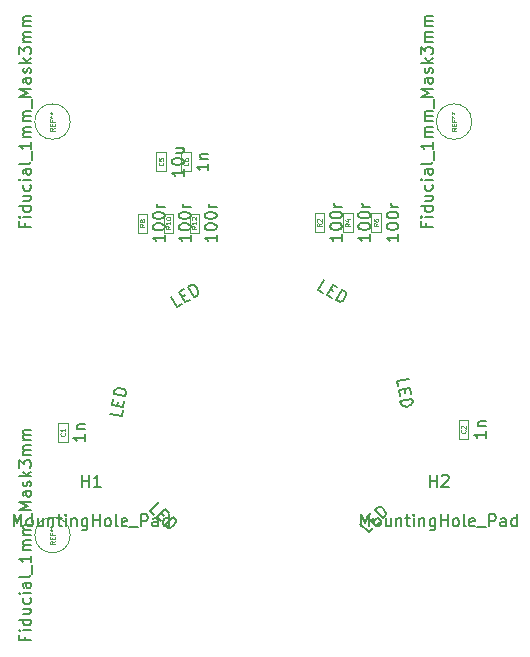
<source format=gbr>
G04 #@! TF.GenerationSoftware,KiCad,Pcbnew,7.0.2*
G04 #@! TF.CreationDate,2023-08-25T12:46:11-04:00*
G04 #@! TF.ProjectId,Foras Promineo CLR PCB,466f7261-7320-4507-926f-6d696e656f20,rev?*
G04 #@! TF.SameCoordinates,PX3969440PY5f5e100*
G04 #@! TF.FileFunction,AssemblyDrawing,Top*
%FSLAX46Y46*%
G04 Gerber Fmt 4.6, Leading zero omitted, Abs format (unit mm)*
G04 Created by KiCad (PCBNEW 7.0.2) date 2023-08-25 12:46:11*
%MOMM*%
%LPD*%
G01*
G04 APERTURE LIST*
%ADD10C,0.150000*%
%ADD11C,0.060000*%
%ADD12C,0.100000*%
G04 APERTURE END LIST*
D10*
G04 #@! TO.C,D2*
X31239204Y14580373D02*
X31156514Y15049329D01*
X31156514Y15049329D02*
X32141322Y15222978D01*
X31812938Y14343063D02*
X31870821Y14014793D01*
X31379776Y13783148D02*
X31297086Y14252104D01*
X31297086Y14252104D02*
X32281894Y14425752D01*
X32281894Y14425752D02*
X32364584Y13956796D01*
X31454197Y13361087D02*
X32439004Y13534735D01*
X32439004Y13534735D02*
X32480349Y13300257D01*
X32480349Y13300257D02*
X32458261Y13151302D01*
X32458261Y13151302D02*
X32381007Y13040973D01*
X32381007Y13040973D02*
X32295485Y12977539D01*
X32295485Y12977539D02*
X32116172Y12897568D01*
X32116172Y12897568D02*
X31975485Y12872761D01*
X31975485Y12872761D02*
X31779633Y12886580D01*
X31779633Y12886580D02*
X31677573Y12916938D01*
X31677573Y12916938D02*
X31567244Y12994191D01*
X31567244Y12994191D02*
X31495542Y13126609D01*
X31495542Y13126609D02*
X31454197Y13361087D01*
G04 #@! TO.C,D3*
X29114795Y2566892D02*
X28778077Y2230174D01*
X28778077Y2230174D02*
X28070971Y2937281D01*
X28980108Y3172983D02*
X29215810Y3408686D01*
X29687215Y3139312D02*
X29350497Y2802594D01*
X29350497Y2802594D02*
X28643390Y3509701D01*
X28643390Y3509701D02*
X28980108Y3846418D01*
X29990261Y3442357D02*
X29283154Y4149464D01*
X29283154Y4149464D02*
X29451513Y4317823D01*
X29451513Y4317823D02*
X29586200Y4385166D01*
X29586200Y4385166D02*
X29720887Y4385166D01*
X29720887Y4385166D02*
X29821902Y4351495D01*
X29821902Y4351495D02*
X29990261Y4250479D01*
X29990261Y4250479D02*
X30091276Y4149464D01*
X30091276Y4149464D02*
X30192291Y3981105D01*
X30192291Y3981105D02*
X30225963Y3880090D01*
X30225963Y3880090D02*
X30225963Y3745403D01*
X30225963Y3745403D02*
X30158619Y3610716D01*
X30158619Y3610716D02*
X29990261Y3442357D01*
G04 #@! TO.C,D1*
X24931068Y22494692D02*
X24515160Y22726592D01*
X24515160Y22726592D02*
X25002151Y23599999D01*
X25477294Y22789860D02*
X25768430Y22627530D01*
X25638112Y22100461D02*
X25222204Y22332361D01*
X25222204Y22332361D02*
X25709195Y23205768D01*
X25709195Y23205768D02*
X26125103Y22973868D01*
X26012429Y21891750D02*
X26499420Y22765157D01*
X26499420Y22765157D02*
X26707374Y22649207D01*
X26707374Y22649207D02*
X26808957Y22538046D01*
X26808957Y22538046D02*
X26845758Y22408484D01*
X26845758Y22408484D02*
X26840969Y22302113D01*
X26840969Y22302113D02*
X26789800Y22112559D01*
X26789800Y22112559D02*
X26720230Y21987787D01*
X26720230Y21987787D02*
X26585879Y21844614D01*
X26585879Y21844614D02*
X26497908Y21784622D01*
X26497908Y21784622D02*
X26368346Y21747821D01*
X26368346Y21747821D02*
X26220383Y21775800D01*
X26220383Y21775800D02*
X26012429Y21891750D01*
G04 #@! TO.C,D5*
X7951181Y12543192D02*
X7868492Y12074236D01*
X7868492Y12074236D02*
X6883684Y12247884D01*
X7493212Y12962420D02*
X7551095Y13290689D01*
X8091754Y13340417D02*
X8009064Y12871461D01*
X8009064Y12871461D02*
X7024256Y13045109D01*
X7024256Y13045109D02*
X7106946Y13514065D01*
X8166174Y13762478D02*
X7181367Y13936126D01*
X7181367Y13936126D02*
X7222711Y14170604D01*
X7222711Y14170604D02*
X7294414Y14303022D01*
X7294414Y14303022D02*
X7404743Y14380275D01*
X7404743Y14380275D02*
X7506803Y14410633D01*
X7506803Y14410633D02*
X7702655Y14424453D01*
X7702655Y14424453D02*
X7843341Y14399646D01*
X7843341Y14399646D02*
X8022655Y14319674D01*
X8022655Y14319674D02*
X8108177Y14256241D01*
X8108177Y14256241D02*
X8185430Y14145912D01*
X8185430Y14145912D02*
X8207519Y13996956D01*
X8207519Y13996956D02*
X8166174Y13762478D01*
G04 #@! TO.C,D6*
X12921902Y21531605D02*
X12509509Y21293510D01*
X12509509Y21293510D02*
X12009509Y22159535D01*
X12948673Y22151904D02*
X13237348Y22318571D01*
X13622971Y21936367D02*
X13210578Y21698272D01*
X13210578Y21698272D02*
X12710578Y22564297D01*
X12710578Y22564297D02*
X13122971Y22802392D01*
X13994124Y22150653D02*
X13494124Y23016678D01*
X13494124Y23016678D02*
X13700321Y23135726D01*
X13700321Y23135726D02*
X13847848Y23165915D01*
X13847848Y23165915D02*
X13977946Y23131055D01*
X13977946Y23131055D02*
X14066804Y23072386D01*
X14066804Y23072386D02*
X14203282Y22931239D01*
X14203282Y22931239D02*
X14274710Y22807521D01*
X14274710Y22807521D02*
X14328709Y22618754D01*
X14328709Y22618754D02*
X14335089Y22512466D01*
X14335089Y22512466D02*
X14300229Y22382368D01*
X14300229Y22382368D02*
X14200321Y22269700D01*
X14200321Y22269700D02*
X13994124Y22150653D01*
G04 #@! TO.C,D4*
X10609229Y3718367D02*
X10272511Y4055085D01*
X10272511Y4055085D02*
X10979618Y4762191D01*
X11215320Y3853054D02*
X11451023Y3617352D01*
X11181649Y3145947D02*
X10844931Y3482665D01*
X10844931Y3482665D02*
X11552038Y4189772D01*
X11552038Y4189772D02*
X11888755Y3853054D01*
X11484694Y2842901D02*
X12191801Y3550008D01*
X12191801Y3550008D02*
X12360160Y3381649D01*
X12360160Y3381649D02*
X12427503Y3246962D01*
X12427503Y3246962D02*
X12427503Y3112275D01*
X12427503Y3112275D02*
X12393832Y3011260D01*
X12393832Y3011260D02*
X12292816Y2842901D01*
X12292816Y2842901D02*
X12191801Y2741886D01*
X12191801Y2741886D02*
X12023442Y2640871D01*
X12023442Y2640871D02*
X11922427Y2607199D01*
X11922427Y2607199D02*
X11787740Y2607199D01*
X11787740Y2607199D02*
X11653053Y2674543D01*
X11653053Y2674543D02*
X11484694Y2842901D01*
G04 #@! TO.C,C1*
X4772619Y10523504D02*
X4772619Y9952076D01*
X4772619Y10237790D02*
X3772619Y10237790D01*
X3772619Y10237790D02*
X3915476Y10142552D01*
X3915476Y10142552D02*
X4010714Y10047314D01*
X4010714Y10047314D02*
X4058333Y9952076D01*
X4105952Y10952076D02*
X4772619Y10952076D01*
X4201190Y10952076D02*
X4153571Y10999695D01*
X4153571Y10999695D02*
X4105952Y11094933D01*
X4105952Y11094933D02*
X4105952Y11237790D01*
X4105952Y11237790D02*
X4153571Y11333028D01*
X4153571Y11333028D02*
X4248809Y11380647D01*
X4248809Y11380647D02*
X4772619Y11380647D01*
D11*
X3026952Y10623504D02*
X3046000Y10604456D01*
X3046000Y10604456D02*
X3065047Y10547314D01*
X3065047Y10547314D02*
X3065047Y10509218D01*
X3065047Y10509218D02*
X3046000Y10452075D01*
X3046000Y10452075D02*
X3007904Y10413980D01*
X3007904Y10413980D02*
X2969809Y10394933D01*
X2969809Y10394933D02*
X2893619Y10375885D01*
X2893619Y10375885D02*
X2836476Y10375885D01*
X2836476Y10375885D02*
X2760285Y10394933D01*
X2760285Y10394933D02*
X2722190Y10413980D01*
X2722190Y10413980D02*
X2684095Y10452075D01*
X2684095Y10452075D02*
X2665047Y10509218D01*
X2665047Y10509218D02*
X2665047Y10547314D01*
X2665047Y10547314D02*
X2684095Y10604456D01*
X2684095Y10604456D02*
X2703142Y10623504D01*
X3065047Y11004456D02*
X3065047Y10775885D01*
X3065047Y10890171D02*
X2665047Y10890171D01*
X2665047Y10890171D02*
X2722190Y10852075D01*
X2722190Y10852075D02*
X2760285Y10813980D01*
X2760285Y10813980D02*
X2779333Y10775885D01*
D10*
G04 #@! TO.C,C2*
X38687619Y10778504D02*
X38687619Y10207076D01*
X38687619Y10492790D02*
X37687619Y10492790D01*
X37687619Y10492790D02*
X37830476Y10397552D01*
X37830476Y10397552D02*
X37925714Y10302314D01*
X37925714Y10302314D02*
X37973333Y10207076D01*
X38020952Y11207076D02*
X38687619Y11207076D01*
X38116190Y11207076D02*
X38068571Y11254695D01*
X38068571Y11254695D02*
X38020952Y11349933D01*
X38020952Y11349933D02*
X38020952Y11492790D01*
X38020952Y11492790D02*
X38068571Y11588028D01*
X38068571Y11588028D02*
X38163809Y11635647D01*
X38163809Y11635647D02*
X38687619Y11635647D01*
D11*
X36941952Y10878504D02*
X36961000Y10859456D01*
X36961000Y10859456D02*
X36980047Y10802314D01*
X36980047Y10802314D02*
X36980047Y10764218D01*
X36980047Y10764218D02*
X36961000Y10707075D01*
X36961000Y10707075D02*
X36922904Y10668980D01*
X36922904Y10668980D02*
X36884809Y10649933D01*
X36884809Y10649933D02*
X36808619Y10630885D01*
X36808619Y10630885D02*
X36751476Y10630885D01*
X36751476Y10630885D02*
X36675285Y10649933D01*
X36675285Y10649933D02*
X36637190Y10668980D01*
X36637190Y10668980D02*
X36599095Y10707075D01*
X36599095Y10707075D02*
X36580047Y10764218D01*
X36580047Y10764218D02*
X36580047Y10802314D01*
X36580047Y10802314D02*
X36599095Y10859456D01*
X36599095Y10859456D02*
X36618142Y10878504D01*
X36618142Y11030885D02*
X36599095Y11049933D01*
X36599095Y11049933D02*
X36580047Y11088028D01*
X36580047Y11088028D02*
X36580047Y11183266D01*
X36580047Y11183266D02*
X36599095Y11221361D01*
X36599095Y11221361D02*
X36618142Y11240409D01*
X36618142Y11240409D02*
X36656238Y11259456D01*
X36656238Y11259456D02*
X36694333Y11259456D01*
X36694333Y11259456D02*
X36751476Y11240409D01*
X36751476Y11240409D02*
X36980047Y11011837D01*
X36980047Y11011837D02*
X36980047Y11259456D01*
D10*
G04 #@! TO.C,H1*
X-1300729Y2737381D02*
X-1300729Y3737381D01*
X-1300729Y3737381D02*
X-967396Y3023096D01*
X-967396Y3023096D02*
X-634063Y3737381D01*
X-634063Y3737381D02*
X-634063Y2737381D01*
X-15015Y2737381D02*
X-110253Y2785000D01*
X-110253Y2785000D02*
X-157872Y2832620D01*
X-157872Y2832620D02*
X-205491Y2927858D01*
X-205491Y2927858D02*
X-205491Y3213572D01*
X-205491Y3213572D02*
X-157872Y3308810D01*
X-157872Y3308810D02*
X-110253Y3356429D01*
X-110253Y3356429D02*
X-15015Y3404048D01*
X-15015Y3404048D02*
X127842Y3404048D01*
X127842Y3404048D02*
X223080Y3356429D01*
X223080Y3356429D02*
X270699Y3308810D01*
X270699Y3308810D02*
X318318Y3213572D01*
X318318Y3213572D02*
X318318Y2927858D01*
X318318Y2927858D02*
X270699Y2832620D01*
X270699Y2832620D02*
X223080Y2785000D01*
X223080Y2785000D02*
X127842Y2737381D01*
X127842Y2737381D02*
X-15015Y2737381D01*
X1175461Y3404048D02*
X1175461Y2737381D01*
X746890Y3404048D02*
X746890Y2880239D01*
X746890Y2880239D02*
X794509Y2785000D01*
X794509Y2785000D02*
X889747Y2737381D01*
X889747Y2737381D02*
X1032604Y2737381D01*
X1032604Y2737381D02*
X1127842Y2785000D01*
X1127842Y2785000D02*
X1175461Y2832620D01*
X1651652Y3404048D02*
X1651652Y2737381D01*
X1651652Y3308810D02*
X1699271Y3356429D01*
X1699271Y3356429D02*
X1794509Y3404048D01*
X1794509Y3404048D02*
X1937366Y3404048D01*
X1937366Y3404048D02*
X2032604Y3356429D01*
X2032604Y3356429D02*
X2080223Y3261191D01*
X2080223Y3261191D02*
X2080223Y2737381D01*
X2413557Y3404048D02*
X2794509Y3404048D01*
X2556414Y3737381D02*
X2556414Y2880239D01*
X2556414Y2880239D02*
X2604033Y2785000D01*
X2604033Y2785000D02*
X2699271Y2737381D01*
X2699271Y2737381D02*
X2794509Y2737381D01*
X3127843Y2737381D02*
X3127843Y3404048D01*
X3127843Y3737381D02*
X3080224Y3689762D01*
X3080224Y3689762D02*
X3127843Y3642143D01*
X3127843Y3642143D02*
X3175462Y3689762D01*
X3175462Y3689762D02*
X3127843Y3737381D01*
X3127843Y3737381D02*
X3127843Y3642143D01*
X3604033Y3404048D02*
X3604033Y2737381D01*
X3604033Y3308810D02*
X3651652Y3356429D01*
X3651652Y3356429D02*
X3746890Y3404048D01*
X3746890Y3404048D02*
X3889747Y3404048D01*
X3889747Y3404048D02*
X3984985Y3356429D01*
X3984985Y3356429D02*
X4032604Y3261191D01*
X4032604Y3261191D02*
X4032604Y2737381D01*
X4937366Y3404048D02*
X4937366Y2594524D01*
X4937366Y2594524D02*
X4889747Y2499286D01*
X4889747Y2499286D02*
X4842128Y2451667D01*
X4842128Y2451667D02*
X4746890Y2404048D01*
X4746890Y2404048D02*
X4604033Y2404048D01*
X4604033Y2404048D02*
X4508795Y2451667D01*
X4937366Y2785000D02*
X4842128Y2737381D01*
X4842128Y2737381D02*
X4651652Y2737381D01*
X4651652Y2737381D02*
X4556414Y2785000D01*
X4556414Y2785000D02*
X4508795Y2832620D01*
X4508795Y2832620D02*
X4461176Y2927858D01*
X4461176Y2927858D02*
X4461176Y3213572D01*
X4461176Y3213572D02*
X4508795Y3308810D01*
X4508795Y3308810D02*
X4556414Y3356429D01*
X4556414Y3356429D02*
X4651652Y3404048D01*
X4651652Y3404048D02*
X4842128Y3404048D01*
X4842128Y3404048D02*
X4937366Y3356429D01*
X5413557Y2737381D02*
X5413557Y3737381D01*
X5413557Y3261191D02*
X5984985Y3261191D01*
X5984985Y2737381D02*
X5984985Y3737381D01*
X6604033Y2737381D02*
X6508795Y2785000D01*
X6508795Y2785000D02*
X6461176Y2832620D01*
X6461176Y2832620D02*
X6413557Y2927858D01*
X6413557Y2927858D02*
X6413557Y3213572D01*
X6413557Y3213572D02*
X6461176Y3308810D01*
X6461176Y3308810D02*
X6508795Y3356429D01*
X6508795Y3356429D02*
X6604033Y3404048D01*
X6604033Y3404048D02*
X6746890Y3404048D01*
X6746890Y3404048D02*
X6842128Y3356429D01*
X6842128Y3356429D02*
X6889747Y3308810D01*
X6889747Y3308810D02*
X6937366Y3213572D01*
X6937366Y3213572D02*
X6937366Y2927858D01*
X6937366Y2927858D02*
X6889747Y2832620D01*
X6889747Y2832620D02*
X6842128Y2785000D01*
X6842128Y2785000D02*
X6746890Y2737381D01*
X6746890Y2737381D02*
X6604033Y2737381D01*
X7508795Y2737381D02*
X7413557Y2785000D01*
X7413557Y2785000D02*
X7365938Y2880239D01*
X7365938Y2880239D02*
X7365938Y3737381D01*
X8270700Y2785000D02*
X8175462Y2737381D01*
X8175462Y2737381D02*
X7984986Y2737381D01*
X7984986Y2737381D02*
X7889748Y2785000D01*
X7889748Y2785000D02*
X7842129Y2880239D01*
X7842129Y2880239D02*
X7842129Y3261191D01*
X7842129Y3261191D02*
X7889748Y3356429D01*
X7889748Y3356429D02*
X7984986Y3404048D01*
X7984986Y3404048D02*
X8175462Y3404048D01*
X8175462Y3404048D02*
X8270700Y3356429D01*
X8270700Y3356429D02*
X8318319Y3261191D01*
X8318319Y3261191D02*
X8318319Y3165953D01*
X8318319Y3165953D02*
X7842129Y3070715D01*
X8508796Y2642143D02*
X9270700Y2642143D01*
X9508796Y2737381D02*
X9508796Y3737381D01*
X9508796Y3737381D02*
X9889748Y3737381D01*
X9889748Y3737381D02*
X9984986Y3689762D01*
X9984986Y3689762D02*
X10032605Y3642143D01*
X10032605Y3642143D02*
X10080224Y3546905D01*
X10080224Y3546905D02*
X10080224Y3404048D01*
X10080224Y3404048D02*
X10032605Y3308810D01*
X10032605Y3308810D02*
X9984986Y3261191D01*
X9984986Y3261191D02*
X9889748Y3213572D01*
X9889748Y3213572D02*
X9508796Y3213572D01*
X10937367Y2737381D02*
X10937367Y3261191D01*
X10937367Y3261191D02*
X10889748Y3356429D01*
X10889748Y3356429D02*
X10794510Y3404048D01*
X10794510Y3404048D02*
X10604034Y3404048D01*
X10604034Y3404048D02*
X10508796Y3356429D01*
X10937367Y2785000D02*
X10842129Y2737381D01*
X10842129Y2737381D02*
X10604034Y2737381D01*
X10604034Y2737381D02*
X10508796Y2785000D01*
X10508796Y2785000D02*
X10461177Y2880239D01*
X10461177Y2880239D02*
X10461177Y2975477D01*
X10461177Y2975477D02*
X10508796Y3070715D01*
X10508796Y3070715D02*
X10604034Y3118334D01*
X10604034Y3118334D02*
X10842129Y3118334D01*
X10842129Y3118334D02*
X10937367Y3165953D01*
X11842129Y2737381D02*
X11842129Y3737381D01*
X11842129Y2785000D02*
X11746891Y2737381D01*
X11746891Y2737381D02*
X11556415Y2737381D01*
X11556415Y2737381D02*
X11461177Y2785000D01*
X11461177Y2785000D02*
X11413558Y2832620D01*
X11413558Y2832620D02*
X11365939Y2927858D01*
X11365939Y2927858D02*
X11365939Y3213572D01*
X11365939Y3213572D02*
X11413558Y3308810D01*
X11413558Y3308810D02*
X11461177Y3356429D01*
X11461177Y3356429D02*
X11556415Y3404048D01*
X11556415Y3404048D02*
X11746891Y3404048D01*
X11746891Y3404048D02*
X11842129Y3356429D01*
X4508795Y6087381D02*
X4508795Y7087381D01*
X4508795Y6611191D02*
X5080223Y6611191D01*
X5080223Y6087381D02*
X5080223Y7087381D01*
X6080223Y6087381D02*
X5508795Y6087381D01*
X5794509Y6087381D02*
X5794509Y7087381D01*
X5794509Y7087381D02*
X5699271Y6944524D01*
X5699271Y6944524D02*
X5604033Y6849286D01*
X5604033Y6849286D02*
X5508795Y6801667D01*
G04 #@! TO.C,H2*
X28158571Y2737381D02*
X28158571Y3737381D01*
X28158571Y3737381D02*
X28491904Y3023096D01*
X28491904Y3023096D02*
X28825237Y3737381D01*
X28825237Y3737381D02*
X28825237Y2737381D01*
X29444285Y2737381D02*
X29349047Y2785000D01*
X29349047Y2785000D02*
X29301428Y2832620D01*
X29301428Y2832620D02*
X29253809Y2927858D01*
X29253809Y2927858D02*
X29253809Y3213572D01*
X29253809Y3213572D02*
X29301428Y3308810D01*
X29301428Y3308810D02*
X29349047Y3356429D01*
X29349047Y3356429D02*
X29444285Y3404048D01*
X29444285Y3404048D02*
X29587142Y3404048D01*
X29587142Y3404048D02*
X29682380Y3356429D01*
X29682380Y3356429D02*
X29729999Y3308810D01*
X29729999Y3308810D02*
X29777618Y3213572D01*
X29777618Y3213572D02*
X29777618Y2927858D01*
X29777618Y2927858D02*
X29729999Y2832620D01*
X29729999Y2832620D02*
X29682380Y2785000D01*
X29682380Y2785000D02*
X29587142Y2737381D01*
X29587142Y2737381D02*
X29444285Y2737381D01*
X30634761Y3404048D02*
X30634761Y2737381D01*
X30206190Y3404048D02*
X30206190Y2880239D01*
X30206190Y2880239D02*
X30253809Y2785000D01*
X30253809Y2785000D02*
X30349047Y2737381D01*
X30349047Y2737381D02*
X30491904Y2737381D01*
X30491904Y2737381D02*
X30587142Y2785000D01*
X30587142Y2785000D02*
X30634761Y2832620D01*
X31110952Y3404048D02*
X31110952Y2737381D01*
X31110952Y3308810D02*
X31158571Y3356429D01*
X31158571Y3356429D02*
X31253809Y3404048D01*
X31253809Y3404048D02*
X31396666Y3404048D01*
X31396666Y3404048D02*
X31491904Y3356429D01*
X31491904Y3356429D02*
X31539523Y3261191D01*
X31539523Y3261191D02*
X31539523Y2737381D01*
X31872857Y3404048D02*
X32253809Y3404048D01*
X32015714Y3737381D02*
X32015714Y2880239D01*
X32015714Y2880239D02*
X32063333Y2785000D01*
X32063333Y2785000D02*
X32158571Y2737381D01*
X32158571Y2737381D02*
X32253809Y2737381D01*
X32587143Y2737381D02*
X32587143Y3404048D01*
X32587143Y3737381D02*
X32539524Y3689762D01*
X32539524Y3689762D02*
X32587143Y3642143D01*
X32587143Y3642143D02*
X32634762Y3689762D01*
X32634762Y3689762D02*
X32587143Y3737381D01*
X32587143Y3737381D02*
X32587143Y3642143D01*
X33063333Y3404048D02*
X33063333Y2737381D01*
X33063333Y3308810D02*
X33110952Y3356429D01*
X33110952Y3356429D02*
X33206190Y3404048D01*
X33206190Y3404048D02*
X33349047Y3404048D01*
X33349047Y3404048D02*
X33444285Y3356429D01*
X33444285Y3356429D02*
X33491904Y3261191D01*
X33491904Y3261191D02*
X33491904Y2737381D01*
X34396666Y3404048D02*
X34396666Y2594524D01*
X34396666Y2594524D02*
X34349047Y2499286D01*
X34349047Y2499286D02*
X34301428Y2451667D01*
X34301428Y2451667D02*
X34206190Y2404048D01*
X34206190Y2404048D02*
X34063333Y2404048D01*
X34063333Y2404048D02*
X33968095Y2451667D01*
X34396666Y2785000D02*
X34301428Y2737381D01*
X34301428Y2737381D02*
X34110952Y2737381D01*
X34110952Y2737381D02*
X34015714Y2785000D01*
X34015714Y2785000D02*
X33968095Y2832620D01*
X33968095Y2832620D02*
X33920476Y2927858D01*
X33920476Y2927858D02*
X33920476Y3213572D01*
X33920476Y3213572D02*
X33968095Y3308810D01*
X33968095Y3308810D02*
X34015714Y3356429D01*
X34015714Y3356429D02*
X34110952Y3404048D01*
X34110952Y3404048D02*
X34301428Y3404048D01*
X34301428Y3404048D02*
X34396666Y3356429D01*
X34872857Y2737381D02*
X34872857Y3737381D01*
X34872857Y3261191D02*
X35444285Y3261191D01*
X35444285Y2737381D02*
X35444285Y3737381D01*
X36063333Y2737381D02*
X35968095Y2785000D01*
X35968095Y2785000D02*
X35920476Y2832620D01*
X35920476Y2832620D02*
X35872857Y2927858D01*
X35872857Y2927858D02*
X35872857Y3213572D01*
X35872857Y3213572D02*
X35920476Y3308810D01*
X35920476Y3308810D02*
X35968095Y3356429D01*
X35968095Y3356429D02*
X36063333Y3404048D01*
X36063333Y3404048D02*
X36206190Y3404048D01*
X36206190Y3404048D02*
X36301428Y3356429D01*
X36301428Y3356429D02*
X36349047Y3308810D01*
X36349047Y3308810D02*
X36396666Y3213572D01*
X36396666Y3213572D02*
X36396666Y2927858D01*
X36396666Y2927858D02*
X36349047Y2832620D01*
X36349047Y2832620D02*
X36301428Y2785000D01*
X36301428Y2785000D02*
X36206190Y2737381D01*
X36206190Y2737381D02*
X36063333Y2737381D01*
X36968095Y2737381D02*
X36872857Y2785000D01*
X36872857Y2785000D02*
X36825238Y2880239D01*
X36825238Y2880239D02*
X36825238Y3737381D01*
X37730000Y2785000D02*
X37634762Y2737381D01*
X37634762Y2737381D02*
X37444286Y2737381D01*
X37444286Y2737381D02*
X37349048Y2785000D01*
X37349048Y2785000D02*
X37301429Y2880239D01*
X37301429Y2880239D02*
X37301429Y3261191D01*
X37301429Y3261191D02*
X37349048Y3356429D01*
X37349048Y3356429D02*
X37444286Y3404048D01*
X37444286Y3404048D02*
X37634762Y3404048D01*
X37634762Y3404048D02*
X37730000Y3356429D01*
X37730000Y3356429D02*
X37777619Y3261191D01*
X37777619Y3261191D02*
X37777619Y3165953D01*
X37777619Y3165953D02*
X37301429Y3070715D01*
X37968096Y2642143D02*
X38730000Y2642143D01*
X38968096Y2737381D02*
X38968096Y3737381D01*
X38968096Y3737381D02*
X39349048Y3737381D01*
X39349048Y3737381D02*
X39444286Y3689762D01*
X39444286Y3689762D02*
X39491905Y3642143D01*
X39491905Y3642143D02*
X39539524Y3546905D01*
X39539524Y3546905D02*
X39539524Y3404048D01*
X39539524Y3404048D02*
X39491905Y3308810D01*
X39491905Y3308810D02*
X39444286Y3261191D01*
X39444286Y3261191D02*
X39349048Y3213572D01*
X39349048Y3213572D02*
X38968096Y3213572D01*
X40396667Y2737381D02*
X40396667Y3261191D01*
X40396667Y3261191D02*
X40349048Y3356429D01*
X40349048Y3356429D02*
X40253810Y3404048D01*
X40253810Y3404048D02*
X40063334Y3404048D01*
X40063334Y3404048D02*
X39968096Y3356429D01*
X40396667Y2785000D02*
X40301429Y2737381D01*
X40301429Y2737381D02*
X40063334Y2737381D01*
X40063334Y2737381D02*
X39968096Y2785000D01*
X39968096Y2785000D02*
X39920477Y2880239D01*
X39920477Y2880239D02*
X39920477Y2975477D01*
X39920477Y2975477D02*
X39968096Y3070715D01*
X39968096Y3070715D02*
X40063334Y3118334D01*
X40063334Y3118334D02*
X40301429Y3118334D01*
X40301429Y3118334D02*
X40396667Y3165953D01*
X41301429Y2737381D02*
X41301429Y3737381D01*
X41301429Y2785000D02*
X41206191Y2737381D01*
X41206191Y2737381D02*
X41015715Y2737381D01*
X41015715Y2737381D02*
X40920477Y2785000D01*
X40920477Y2785000D02*
X40872858Y2832620D01*
X40872858Y2832620D02*
X40825239Y2927858D01*
X40825239Y2927858D02*
X40825239Y3213572D01*
X40825239Y3213572D02*
X40872858Y3308810D01*
X40872858Y3308810D02*
X40920477Y3356429D01*
X40920477Y3356429D02*
X41015715Y3404048D01*
X41015715Y3404048D02*
X41206191Y3404048D01*
X41206191Y3404048D02*
X41301429Y3356429D01*
X33968095Y6087381D02*
X33968095Y7087381D01*
X33968095Y6611191D02*
X34539523Y6611191D01*
X34539523Y6087381D02*
X34539523Y7087381D01*
X34968095Y6992143D02*
X35015714Y7039762D01*
X35015714Y7039762D02*
X35110952Y7087381D01*
X35110952Y7087381D02*
X35349047Y7087381D01*
X35349047Y7087381D02*
X35444285Y7039762D01*
X35444285Y7039762D02*
X35491904Y6992143D01*
X35491904Y6992143D02*
X35539523Y6896905D01*
X35539523Y6896905D02*
X35539523Y6801667D01*
X35539523Y6801667D02*
X35491904Y6658810D01*
X35491904Y6658810D02*
X34920476Y6087381D01*
X34920476Y6087381D02*
X35539523Y6087381D01*
G04 #@! TO.C,R2*
X26492619Y27473810D02*
X26492619Y26902382D01*
X26492619Y27188096D02*
X25492619Y27188096D01*
X25492619Y27188096D02*
X25635476Y27092858D01*
X25635476Y27092858D02*
X25730714Y26997620D01*
X25730714Y26997620D02*
X25778333Y26902382D01*
X25492619Y28092858D02*
X25492619Y28188096D01*
X25492619Y28188096D02*
X25540238Y28283334D01*
X25540238Y28283334D02*
X25587857Y28330953D01*
X25587857Y28330953D02*
X25683095Y28378572D01*
X25683095Y28378572D02*
X25873571Y28426191D01*
X25873571Y28426191D02*
X26111666Y28426191D01*
X26111666Y28426191D02*
X26302142Y28378572D01*
X26302142Y28378572D02*
X26397380Y28330953D01*
X26397380Y28330953D02*
X26445000Y28283334D01*
X26445000Y28283334D02*
X26492619Y28188096D01*
X26492619Y28188096D02*
X26492619Y28092858D01*
X26492619Y28092858D02*
X26445000Y27997620D01*
X26445000Y27997620D02*
X26397380Y27950001D01*
X26397380Y27950001D02*
X26302142Y27902382D01*
X26302142Y27902382D02*
X26111666Y27854763D01*
X26111666Y27854763D02*
X25873571Y27854763D01*
X25873571Y27854763D02*
X25683095Y27902382D01*
X25683095Y27902382D02*
X25587857Y27950001D01*
X25587857Y27950001D02*
X25540238Y27997620D01*
X25540238Y27997620D02*
X25492619Y28092858D01*
X25492619Y29045239D02*
X25492619Y29140477D01*
X25492619Y29140477D02*
X25540238Y29235715D01*
X25540238Y29235715D02*
X25587857Y29283334D01*
X25587857Y29283334D02*
X25683095Y29330953D01*
X25683095Y29330953D02*
X25873571Y29378572D01*
X25873571Y29378572D02*
X26111666Y29378572D01*
X26111666Y29378572D02*
X26302142Y29330953D01*
X26302142Y29330953D02*
X26397380Y29283334D01*
X26397380Y29283334D02*
X26445000Y29235715D01*
X26445000Y29235715D02*
X26492619Y29140477D01*
X26492619Y29140477D02*
X26492619Y29045239D01*
X26492619Y29045239D02*
X26445000Y28950001D01*
X26445000Y28950001D02*
X26397380Y28902382D01*
X26397380Y28902382D02*
X26302142Y28854763D01*
X26302142Y28854763D02*
X26111666Y28807144D01*
X26111666Y28807144D02*
X25873571Y28807144D01*
X25873571Y28807144D02*
X25683095Y28854763D01*
X25683095Y28854763D02*
X25587857Y28902382D01*
X25587857Y28902382D02*
X25540238Y28950001D01*
X25540238Y28950001D02*
X25492619Y29045239D01*
X26492619Y29807144D02*
X25825952Y29807144D01*
X26016428Y29807144D02*
X25921190Y29854763D01*
X25921190Y29854763D02*
X25873571Y29902382D01*
X25873571Y29902382D02*
X25825952Y29997620D01*
X25825952Y29997620D02*
X25825952Y30092858D01*
D11*
X24785047Y28383334D02*
X24594571Y28250001D01*
X24785047Y28154763D02*
X24385047Y28154763D01*
X24385047Y28154763D02*
X24385047Y28307144D01*
X24385047Y28307144D02*
X24404095Y28345239D01*
X24404095Y28345239D02*
X24423142Y28364286D01*
X24423142Y28364286D02*
X24461238Y28383334D01*
X24461238Y28383334D02*
X24518380Y28383334D01*
X24518380Y28383334D02*
X24556476Y28364286D01*
X24556476Y28364286D02*
X24575523Y28345239D01*
X24575523Y28345239D02*
X24594571Y28307144D01*
X24594571Y28307144D02*
X24594571Y28154763D01*
X24423142Y28535715D02*
X24404095Y28554763D01*
X24404095Y28554763D02*
X24385047Y28592858D01*
X24385047Y28592858D02*
X24385047Y28688096D01*
X24385047Y28688096D02*
X24404095Y28726191D01*
X24404095Y28726191D02*
X24423142Y28745239D01*
X24423142Y28745239D02*
X24461238Y28764286D01*
X24461238Y28764286D02*
X24499333Y28764286D01*
X24499333Y28764286D02*
X24556476Y28745239D01*
X24556476Y28745239D02*
X24785047Y28516667D01*
X24785047Y28516667D02*
X24785047Y28764286D01*
D10*
G04 #@! TO.C,R4*
X28892619Y27473810D02*
X28892619Y26902382D01*
X28892619Y27188096D02*
X27892619Y27188096D01*
X27892619Y27188096D02*
X28035476Y27092858D01*
X28035476Y27092858D02*
X28130714Y26997620D01*
X28130714Y26997620D02*
X28178333Y26902382D01*
X27892619Y28092858D02*
X27892619Y28188096D01*
X27892619Y28188096D02*
X27940238Y28283334D01*
X27940238Y28283334D02*
X27987857Y28330953D01*
X27987857Y28330953D02*
X28083095Y28378572D01*
X28083095Y28378572D02*
X28273571Y28426191D01*
X28273571Y28426191D02*
X28511666Y28426191D01*
X28511666Y28426191D02*
X28702142Y28378572D01*
X28702142Y28378572D02*
X28797380Y28330953D01*
X28797380Y28330953D02*
X28845000Y28283334D01*
X28845000Y28283334D02*
X28892619Y28188096D01*
X28892619Y28188096D02*
X28892619Y28092858D01*
X28892619Y28092858D02*
X28845000Y27997620D01*
X28845000Y27997620D02*
X28797380Y27950001D01*
X28797380Y27950001D02*
X28702142Y27902382D01*
X28702142Y27902382D02*
X28511666Y27854763D01*
X28511666Y27854763D02*
X28273571Y27854763D01*
X28273571Y27854763D02*
X28083095Y27902382D01*
X28083095Y27902382D02*
X27987857Y27950001D01*
X27987857Y27950001D02*
X27940238Y27997620D01*
X27940238Y27997620D02*
X27892619Y28092858D01*
X27892619Y29045239D02*
X27892619Y29140477D01*
X27892619Y29140477D02*
X27940238Y29235715D01*
X27940238Y29235715D02*
X27987857Y29283334D01*
X27987857Y29283334D02*
X28083095Y29330953D01*
X28083095Y29330953D02*
X28273571Y29378572D01*
X28273571Y29378572D02*
X28511666Y29378572D01*
X28511666Y29378572D02*
X28702142Y29330953D01*
X28702142Y29330953D02*
X28797380Y29283334D01*
X28797380Y29283334D02*
X28845000Y29235715D01*
X28845000Y29235715D02*
X28892619Y29140477D01*
X28892619Y29140477D02*
X28892619Y29045239D01*
X28892619Y29045239D02*
X28845000Y28950001D01*
X28845000Y28950001D02*
X28797380Y28902382D01*
X28797380Y28902382D02*
X28702142Y28854763D01*
X28702142Y28854763D02*
X28511666Y28807144D01*
X28511666Y28807144D02*
X28273571Y28807144D01*
X28273571Y28807144D02*
X28083095Y28854763D01*
X28083095Y28854763D02*
X27987857Y28902382D01*
X27987857Y28902382D02*
X27940238Y28950001D01*
X27940238Y28950001D02*
X27892619Y29045239D01*
X28892619Y29807144D02*
X28225952Y29807144D01*
X28416428Y29807144D02*
X28321190Y29854763D01*
X28321190Y29854763D02*
X28273571Y29902382D01*
X28273571Y29902382D02*
X28225952Y29997620D01*
X28225952Y29997620D02*
X28225952Y30092858D01*
D11*
X27185047Y28383334D02*
X26994571Y28250001D01*
X27185047Y28154763D02*
X26785047Y28154763D01*
X26785047Y28154763D02*
X26785047Y28307144D01*
X26785047Y28307144D02*
X26804095Y28345239D01*
X26804095Y28345239D02*
X26823142Y28364286D01*
X26823142Y28364286D02*
X26861238Y28383334D01*
X26861238Y28383334D02*
X26918380Y28383334D01*
X26918380Y28383334D02*
X26956476Y28364286D01*
X26956476Y28364286D02*
X26975523Y28345239D01*
X26975523Y28345239D02*
X26994571Y28307144D01*
X26994571Y28307144D02*
X26994571Y28154763D01*
X26918380Y28726191D02*
X27185047Y28726191D01*
X26766000Y28630953D02*
X27051714Y28535715D01*
X27051714Y28535715D02*
X27051714Y28783334D01*
D10*
G04 #@! TO.C,R6*
X31292619Y27473810D02*
X31292619Y26902382D01*
X31292619Y27188096D02*
X30292619Y27188096D01*
X30292619Y27188096D02*
X30435476Y27092858D01*
X30435476Y27092858D02*
X30530714Y26997620D01*
X30530714Y26997620D02*
X30578333Y26902382D01*
X30292619Y28092858D02*
X30292619Y28188096D01*
X30292619Y28188096D02*
X30340238Y28283334D01*
X30340238Y28283334D02*
X30387857Y28330953D01*
X30387857Y28330953D02*
X30483095Y28378572D01*
X30483095Y28378572D02*
X30673571Y28426191D01*
X30673571Y28426191D02*
X30911666Y28426191D01*
X30911666Y28426191D02*
X31102142Y28378572D01*
X31102142Y28378572D02*
X31197380Y28330953D01*
X31197380Y28330953D02*
X31245000Y28283334D01*
X31245000Y28283334D02*
X31292619Y28188096D01*
X31292619Y28188096D02*
X31292619Y28092858D01*
X31292619Y28092858D02*
X31245000Y27997620D01*
X31245000Y27997620D02*
X31197380Y27950001D01*
X31197380Y27950001D02*
X31102142Y27902382D01*
X31102142Y27902382D02*
X30911666Y27854763D01*
X30911666Y27854763D02*
X30673571Y27854763D01*
X30673571Y27854763D02*
X30483095Y27902382D01*
X30483095Y27902382D02*
X30387857Y27950001D01*
X30387857Y27950001D02*
X30340238Y27997620D01*
X30340238Y27997620D02*
X30292619Y28092858D01*
X30292619Y29045239D02*
X30292619Y29140477D01*
X30292619Y29140477D02*
X30340238Y29235715D01*
X30340238Y29235715D02*
X30387857Y29283334D01*
X30387857Y29283334D02*
X30483095Y29330953D01*
X30483095Y29330953D02*
X30673571Y29378572D01*
X30673571Y29378572D02*
X30911666Y29378572D01*
X30911666Y29378572D02*
X31102142Y29330953D01*
X31102142Y29330953D02*
X31197380Y29283334D01*
X31197380Y29283334D02*
X31245000Y29235715D01*
X31245000Y29235715D02*
X31292619Y29140477D01*
X31292619Y29140477D02*
X31292619Y29045239D01*
X31292619Y29045239D02*
X31245000Y28950001D01*
X31245000Y28950001D02*
X31197380Y28902382D01*
X31197380Y28902382D02*
X31102142Y28854763D01*
X31102142Y28854763D02*
X30911666Y28807144D01*
X30911666Y28807144D02*
X30673571Y28807144D01*
X30673571Y28807144D02*
X30483095Y28854763D01*
X30483095Y28854763D02*
X30387857Y28902382D01*
X30387857Y28902382D02*
X30340238Y28950001D01*
X30340238Y28950001D02*
X30292619Y29045239D01*
X31292619Y29807144D02*
X30625952Y29807144D01*
X30816428Y29807144D02*
X30721190Y29854763D01*
X30721190Y29854763D02*
X30673571Y29902382D01*
X30673571Y29902382D02*
X30625952Y29997620D01*
X30625952Y29997620D02*
X30625952Y30092858D01*
D11*
X29585047Y28383334D02*
X29394571Y28250001D01*
X29585047Y28154763D02*
X29185047Y28154763D01*
X29185047Y28154763D02*
X29185047Y28307144D01*
X29185047Y28307144D02*
X29204095Y28345239D01*
X29204095Y28345239D02*
X29223142Y28364286D01*
X29223142Y28364286D02*
X29261238Y28383334D01*
X29261238Y28383334D02*
X29318380Y28383334D01*
X29318380Y28383334D02*
X29356476Y28364286D01*
X29356476Y28364286D02*
X29375523Y28345239D01*
X29375523Y28345239D02*
X29394571Y28307144D01*
X29394571Y28307144D02*
X29394571Y28154763D01*
X29185047Y28726191D02*
X29185047Y28650001D01*
X29185047Y28650001D02*
X29204095Y28611905D01*
X29204095Y28611905D02*
X29223142Y28592858D01*
X29223142Y28592858D02*
X29280285Y28554763D01*
X29280285Y28554763D02*
X29356476Y28535715D01*
X29356476Y28535715D02*
X29508857Y28535715D01*
X29508857Y28535715D02*
X29546952Y28554763D01*
X29546952Y28554763D02*
X29566000Y28573810D01*
X29566000Y28573810D02*
X29585047Y28611905D01*
X29585047Y28611905D02*
X29585047Y28688096D01*
X29585047Y28688096D02*
X29566000Y28726191D01*
X29566000Y28726191D02*
X29546952Y28745239D01*
X29546952Y28745239D02*
X29508857Y28764286D01*
X29508857Y28764286D02*
X29413619Y28764286D01*
X29413619Y28764286D02*
X29375523Y28745239D01*
X29375523Y28745239D02*
X29356476Y28726191D01*
X29356476Y28726191D02*
X29337428Y28688096D01*
X29337428Y28688096D02*
X29337428Y28611905D01*
X29337428Y28611905D02*
X29356476Y28573810D01*
X29356476Y28573810D02*
X29375523Y28554763D01*
X29375523Y28554763D02*
X29413619Y28535715D01*
D10*
G04 #@! TO.C,R8*
X11492619Y27423810D02*
X11492619Y26852382D01*
X11492619Y27138096D02*
X10492619Y27138096D01*
X10492619Y27138096D02*
X10635476Y27042858D01*
X10635476Y27042858D02*
X10730714Y26947620D01*
X10730714Y26947620D02*
X10778333Y26852382D01*
X10492619Y28042858D02*
X10492619Y28138096D01*
X10492619Y28138096D02*
X10540238Y28233334D01*
X10540238Y28233334D02*
X10587857Y28280953D01*
X10587857Y28280953D02*
X10683095Y28328572D01*
X10683095Y28328572D02*
X10873571Y28376191D01*
X10873571Y28376191D02*
X11111666Y28376191D01*
X11111666Y28376191D02*
X11302142Y28328572D01*
X11302142Y28328572D02*
X11397380Y28280953D01*
X11397380Y28280953D02*
X11445000Y28233334D01*
X11445000Y28233334D02*
X11492619Y28138096D01*
X11492619Y28138096D02*
X11492619Y28042858D01*
X11492619Y28042858D02*
X11445000Y27947620D01*
X11445000Y27947620D02*
X11397380Y27900001D01*
X11397380Y27900001D02*
X11302142Y27852382D01*
X11302142Y27852382D02*
X11111666Y27804763D01*
X11111666Y27804763D02*
X10873571Y27804763D01*
X10873571Y27804763D02*
X10683095Y27852382D01*
X10683095Y27852382D02*
X10587857Y27900001D01*
X10587857Y27900001D02*
X10540238Y27947620D01*
X10540238Y27947620D02*
X10492619Y28042858D01*
X10492619Y28995239D02*
X10492619Y29090477D01*
X10492619Y29090477D02*
X10540238Y29185715D01*
X10540238Y29185715D02*
X10587857Y29233334D01*
X10587857Y29233334D02*
X10683095Y29280953D01*
X10683095Y29280953D02*
X10873571Y29328572D01*
X10873571Y29328572D02*
X11111666Y29328572D01*
X11111666Y29328572D02*
X11302142Y29280953D01*
X11302142Y29280953D02*
X11397380Y29233334D01*
X11397380Y29233334D02*
X11445000Y29185715D01*
X11445000Y29185715D02*
X11492619Y29090477D01*
X11492619Y29090477D02*
X11492619Y28995239D01*
X11492619Y28995239D02*
X11445000Y28900001D01*
X11445000Y28900001D02*
X11397380Y28852382D01*
X11397380Y28852382D02*
X11302142Y28804763D01*
X11302142Y28804763D02*
X11111666Y28757144D01*
X11111666Y28757144D02*
X10873571Y28757144D01*
X10873571Y28757144D02*
X10683095Y28804763D01*
X10683095Y28804763D02*
X10587857Y28852382D01*
X10587857Y28852382D02*
X10540238Y28900001D01*
X10540238Y28900001D02*
X10492619Y28995239D01*
X11492619Y29757144D02*
X10825952Y29757144D01*
X11016428Y29757144D02*
X10921190Y29804763D01*
X10921190Y29804763D02*
X10873571Y29852382D01*
X10873571Y29852382D02*
X10825952Y29947620D01*
X10825952Y29947620D02*
X10825952Y30042858D01*
D11*
X9785047Y28333334D02*
X9594571Y28200001D01*
X9785047Y28104763D02*
X9385047Y28104763D01*
X9385047Y28104763D02*
X9385047Y28257144D01*
X9385047Y28257144D02*
X9404095Y28295239D01*
X9404095Y28295239D02*
X9423142Y28314286D01*
X9423142Y28314286D02*
X9461238Y28333334D01*
X9461238Y28333334D02*
X9518380Y28333334D01*
X9518380Y28333334D02*
X9556476Y28314286D01*
X9556476Y28314286D02*
X9575523Y28295239D01*
X9575523Y28295239D02*
X9594571Y28257144D01*
X9594571Y28257144D02*
X9594571Y28104763D01*
X9556476Y28561905D02*
X9537428Y28523810D01*
X9537428Y28523810D02*
X9518380Y28504763D01*
X9518380Y28504763D02*
X9480285Y28485715D01*
X9480285Y28485715D02*
X9461238Y28485715D01*
X9461238Y28485715D02*
X9423142Y28504763D01*
X9423142Y28504763D02*
X9404095Y28523810D01*
X9404095Y28523810D02*
X9385047Y28561905D01*
X9385047Y28561905D02*
X9385047Y28638096D01*
X9385047Y28638096D02*
X9404095Y28676191D01*
X9404095Y28676191D02*
X9423142Y28695239D01*
X9423142Y28695239D02*
X9461238Y28714286D01*
X9461238Y28714286D02*
X9480285Y28714286D01*
X9480285Y28714286D02*
X9518380Y28695239D01*
X9518380Y28695239D02*
X9537428Y28676191D01*
X9537428Y28676191D02*
X9556476Y28638096D01*
X9556476Y28638096D02*
X9556476Y28561905D01*
X9556476Y28561905D02*
X9575523Y28523810D01*
X9575523Y28523810D02*
X9594571Y28504763D01*
X9594571Y28504763D02*
X9632666Y28485715D01*
X9632666Y28485715D02*
X9708857Y28485715D01*
X9708857Y28485715D02*
X9746952Y28504763D01*
X9746952Y28504763D02*
X9766000Y28523810D01*
X9766000Y28523810D02*
X9785047Y28561905D01*
X9785047Y28561905D02*
X9785047Y28638096D01*
X9785047Y28638096D02*
X9766000Y28676191D01*
X9766000Y28676191D02*
X9746952Y28695239D01*
X9746952Y28695239D02*
X9708857Y28714286D01*
X9708857Y28714286D02*
X9632666Y28714286D01*
X9632666Y28714286D02*
X9594571Y28695239D01*
X9594571Y28695239D02*
X9575523Y28676191D01*
X9575523Y28676191D02*
X9556476Y28638096D01*
D10*
G04 #@! TO.C,R10*
X13692619Y27423810D02*
X13692619Y26852382D01*
X13692619Y27138096D02*
X12692619Y27138096D01*
X12692619Y27138096D02*
X12835476Y27042858D01*
X12835476Y27042858D02*
X12930714Y26947620D01*
X12930714Y26947620D02*
X12978333Y26852382D01*
X12692619Y28042858D02*
X12692619Y28138096D01*
X12692619Y28138096D02*
X12740238Y28233334D01*
X12740238Y28233334D02*
X12787857Y28280953D01*
X12787857Y28280953D02*
X12883095Y28328572D01*
X12883095Y28328572D02*
X13073571Y28376191D01*
X13073571Y28376191D02*
X13311666Y28376191D01*
X13311666Y28376191D02*
X13502142Y28328572D01*
X13502142Y28328572D02*
X13597380Y28280953D01*
X13597380Y28280953D02*
X13645000Y28233334D01*
X13645000Y28233334D02*
X13692619Y28138096D01*
X13692619Y28138096D02*
X13692619Y28042858D01*
X13692619Y28042858D02*
X13645000Y27947620D01*
X13645000Y27947620D02*
X13597380Y27900001D01*
X13597380Y27900001D02*
X13502142Y27852382D01*
X13502142Y27852382D02*
X13311666Y27804763D01*
X13311666Y27804763D02*
X13073571Y27804763D01*
X13073571Y27804763D02*
X12883095Y27852382D01*
X12883095Y27852382D02*
X12787857Y27900001D01*
X12787857Y27900001D02*
X12740238Y27947620D01*
X12740238Y27947620D02*
X12692619Y28042858D01*
X12692619Y28995239D02*
X12692619Y29090477D01*
X12692619Y29090477D02*
X12740238Y29185715D01*
X12740238Y29185715D02*
X12787857Y29233334D01*
X12787857Y29233334D02*
X12883095Y29280953D01*
X12883095Y29280953D02*
X13073571Y29328572D01*
X13073571Y29328572D02*
X13311666Y29328572D01*
X13311666Y29328572D02*
X13502142Y29280953D01*
X13502142Y29280953D02*
X13597380Y29233334D01*
X13597380Y29233334D02*
X13645000Y29185715D01*
X13645000Y29185715D02*
X13692619Y29090477D01*
X13692619Y29090477D02*
X13692619Y28995239D01*
X13692619Y28995239D02*
X13645000Y28900001D01*
X13645000Y28900001D02*
X13597380Y28852382D01*
X13597380Y28852382D02*
X13502142Y28804763D01*
X13502142Y28804763D02*
X13311666Y28757144D01*
X13311666Y28757144D02*
X13073571Y28757144D01*
X13073571Y28757144D02*
X12883095Y28804763D01*
X12883095Y28804763D02*
X12787857Y28852382D01*
X12787857Y28852382D02*
X12740238Y28900001D01*
X12740238Y28900001D02*
X12692619Y28995239D01*
X13692619Y29757144D02*
X13025952Y29757144D01*
X13216428Y29757144D02*
X13121190Y29804763D01*
X13121190Y29804763D02*
X13073571Y29852382D01*
X13073571Y29852382D02*
X13025952Y29947620D01*
X13025952Y29947620D02*
X13025952Y30042858D01*
D11*
X11985047Y28142858D02*
X11794571Y28009525D01*
X11985047Y27914287D02*
X11585047Y27914287D01*
X11585047Y27914287D02*
X11585047Y28066668D01*
X11585047Y28066668D02*
X11604095Y28104763D01*
X11604095Y28104763D02*
X11623142Y28123810D01*
X11623142Y28123810D02*
X11661238Y28142858D01*
X11661238Y28142858D02*
X11718380Y28142858D01*
X11718380Y28142858D02*
X11756476Y28123810D01*
X11756476Y28123810D02*
X11775523Y28104763D01*
X11775523Y28104763D02*
X11794571Y28066668D01*
X11794571Y28066668D02*
X11794571Y27914287D01*
X11985047Y28523810D02*
X11985047Y28295239D01*
X11985047Y28409525D02*
X11585047Y28409525D01*
X11585047Y28409525D02*
X11642190Y28371429D01*
X11642190Y28371429D02*
X11680285Y28333334D01*
X11680285Y28333334D02*
X11699333Y28295239D01*
X11585047Y28771429D02*
X11585047Y28809524D01*
X11585047Y28809524D02*
X11604095Y28847620D01*
X11604095Y28847620D02*
X11623142Y28866667D01*
X11623142Y28866667D02*
X11661238Y28885715D01*
X11661238Y28885715D02*
X11737428Y28904762D01*
X11737428Y28904762D02*
X11832666Y28904762D01*
X11832666Y28904762D02*
X11908857Y28885715D01*
X11908857Y28885715D02*
X11946952Y28866667D01*
X11946952Y28866667D02*
X11966000Y28847620D01*
X11966000Y28847620D02*
X11985047Y28809524D01*
X11985047Y28809524D02*
X11985047Y28771429D01*
X11985047Y28771429D02*
X11966000Y28733334D01*
X11966000Y28733334D02*
X11946952Y28714286D01*
X11946952Y28714286D02*
X11908857Y28695239D01*
X11908857Y28695239D02*
X11832666Y28676191D01*
X11832666Y28676191D02*
X11737428Y28676191D01*
X11737428Y28676191D02*
X11661238Y28695239D01*
X11661238Y28695239D02*
X11623142Y28714286D01*
X11623142Y28714286D02*
X11604095Y28733334D01*
X11604095Y28733334D02*
X11585047Y28771429D01*
D10*
G04 #@! TO.C,R12*
X15892619Y27423810D02*
X15892619Y26852382D01*
X15892619Y27138096D02*
X14892619Y27138096D01*
X14892619Y27138096D02*
X15035476Y27042858D01*
X15035476Y27042858D02*
X15130714Y26947620D01*
X15130714Y26947620D02*
X15178333Y26852382D01*
X14892619Y28042858D02*
X14892619Y28138096D01*
X14892619Y28138096D02*
X14940238Y28233334D01*
X14940238Y28233334D02*
X14987857Y28280953D01*
X14987857Y28280953D02*
X15083095Y28328572D01*
X15083095Y28328572D02*
X15273571Y28376191D01*
X15273571Y28376191D02*
X15511666Y28376191D01*
X15511666Y28376191D02*
X15702142Y28328572D01*
X15702142Y28328572D02*
X15797380Y28280953D01*
X15797380Y28280953D02*
X15845000Y28233334D01*
X15845000Y28233334D02*
X15892619Y28138096D01*
X15892619Y28138096D02*
X15892619Y28042858D01*
X15892619Y28042858D02*
X15845000Y27947620D01*
X15845000Y27947620D02*
X15797380Y27900001D01*
X15797380Y27900001D02*
X15702142Y27852382D01*
X15702142Y27852382D02*
X15511666Y27804763D01*
X15511666Y27804763D02*
X15273571Y27804763D01*
X15273571Y27804763D02*
X15083095Y27852382D01*
X15083095Y27852382D02*
X14987857Y27900001D01*
X14987857Y27900001D02*
X14940238Y27947620D01*
X14940238Y27947620D02*
X14892619Y28042858D01*
X14892619Y28995239D02*
X14892619Y29090477D01*
X14892619Y29090477D02*
X14940238Y29185715D01*
X14940238Y29185715D02*
X14987857Y29233334D01*
X14987857Y29233334D02*
X15083095Y29280953D01*
X15083095Y29280953D02*
X15273571Y29328572D01*
X15273571Y29328572D02*
X15511666Y29328572D01*
X15511666Y29328572D02*
X15702142Y29280953D01*
X15702142Y29280953D02*
X15797380Y29233334D01*
X15797380Y29233334D02*
X15845000Y29185715D01*
X15845000Y29185715D02*
X15892619Y29090477D01*
X15892619Y29090477D02*
X15892619Y28995239D01*
X15892619Y28995239D02*
X15845000Y28900001D01*
X15845000Y28900001D02*
X15797380Y28852382D01*
X15797380Y28852382D02*
X15702142Y28804763D01*
X15702142Y28804763D02*
X15511666Y28757144D01*
X15511666Y28757144D02*
X15273571Y28757144D01*
X15273571Y28757144D02*
X15083095Y28804763D01*
X15083095Y28804763D02*
X14987857Y28852382D01*
X14987857Y28852382D02*
X14940238Y28900001D01*
X14940238Y28900001D02*
X14892619Y28995239D01*
X15892619Y29757144D02*
X15225952Y29757144D01*
X15416428Y29757144D02*
X15321190Y29804763D01*
X15321190Y29804763D02*
X15273571Y29852382D01*
X15273571Y29852382D02*
X15225952Y29947620D01*
X15225952Y29947620D02*
X15225952Y30042858D01*
D11*
X14185047Y28142858D02*
X13994571Y28009525D01*
X14185047Y27914287D02*
X13785047Y27914287D01*
X13785047Y27914287D02*
X13785047Y28066668D01*
X13785047Y28066668D02*
X13804095Y28104763D01*
X13804095Y28104763D02*
X13823142Y28123810D01*
X13823142Y28123810D02*
X13861238Y28142858D01*
X13861238Y28142858D02*
X13918380Y28142858D01*
X13918380Y28142858D02*
X13956476Y28123810D01*
X13956476Y28123810D02*
X13975523Y28104763D01*
X13975523Y28104763D02*
X13994571Y28066668D01*
X13994571Y28066668D02*
X13994571Y27914287D01*
X14185047Y28523810D02*
X14185047Y28295239D01*
X14185047Y28409525D02*
X13785047Y28409525D01*
X13785047Y28409525D02*
X13842190Y28371429D01*
X13842190Y28371429D02*
X13880285Y28333334D01*
X13880285Y28333334D02*
X13899333Y28295239D01*
X13823142Y28676191D02*
X13804095Y28695239D01*
X13804095Y28695239D02*
X13785047Y28733334D01*
X13785047Y28733334D02*
X13785047Y28828572D01*
X13785047Y28828572D02*
X13804095Y28866667D01*
X13804095Y28866667D02*
X13823142Y28885715D01*
X13823142Y28885715D02*
X13861238Y28904762D01*
X13861238Y28904762D02*
X13899333Y28904762D01*
X13899333Y28904762D02*
X13956476Y28885715D01*
X13956476Y28885715D02*
X14185047Y28657143D01*
X14185047Y28657143D02*
X14185047Y28904762D01*
D10*
G04 #@! TO.C,C5*
X13092619Y32957143D02*
X13092619Y32385715D01*
X13092619Y32671429D02*
X12092619Y32671429D01*
X12092619Y32671429D02*
X12235476Y32576191D01*
X12235476Y32576191D02*
X12330714Y32480953D01*
X12330714Y32480953D02*
X12378333Y32385715D01*
X12092619Y33576191D02*
X12092619Y33671429D01*
X12092619Y33671429D02*
X12140238Y33766667D01*
X12140238Y33766667D02*
X12187857Y33814286D01*
X12187857Y33814286D02*
X12283095Y33861905D01*
X12283095Y33861905D02*
X12473571Y33909524D01*
X12473571Y33909524D02*
X12711666Y33909524D01*
X12711666Y33909524D02*
X12902142Y33861905D01*
X12902142Y33861905D02*
X12997380Y33814286D01*
X12997380Y33814286D02*
X13045000Y33766667D01*
X13045000Y33766667D02*
X13092619Y33671429D01*
X13092619Y33671429D02*
X13092619Y33576191D01*
X13092619Y33576191D02*
X13045000Y33480953D01*
X13045000Y33480953D02*
X12997380Y33433334D01*
X12997380Y33433334D02*
X12902142Y33385715D01*
X12902142Y33385715D02*
X12711666Y33338096D01*
X12711666Y33338096D02*
X12473571Y33338096D01*
X12473571Y33338096D02*
X12283095Y33385715D01*
X12283095Y33385715D02*
X12187857Y33433334D01*
X12187857Y33433334D02*
X12140238Y33480953D01*
X12140238Y33480953D02*
X12092619Y33576191D01*
X12425952Y34766667D02*
X13092619Y34766667D01*
X12425952Y34338096D02*
X12949761Y34338096D01*
X12949761Y34338096D02*
X13045000Y34385715D01*
X13045000Y34385715D02*
X13092619Y34480953D01*
X13092619Y34480953D02*
X13092619Y34623810D01*
X13092619Y34623810D02*
X13045000Y34719048D01*
X13045000Y34719048D02*
X12997380Y34766667D01*
D11*
X11346952Y33533334D02*
X11366000Y33514286D01*
X11366000Y33514286D02*
X11385047Y33457144D01*
X11385047Y33457144D02*
X11385047Y33419048D01*
X11385047Y33419048D02*
X11366000Y33361905D01*
X11366000Y33361905D02*
X11327904Y33323810D01*
X11327904Y33323810D02*
X11289809Y33304763D01*
X11289809Y33304763D02*
X11213619Y33285715D01*
X11213619Y33285715D02*
X11156476Y33285715D01*
X11156476Y33285715D02*
X11080285Y33304763D01*
X11080285Y33304763D02*
X11042190Y33323810D01*
X11042190Y33323810D02*
X11004095Y33361905D01*
X11004095Y33361905D02*
X10985047Y33419048D01*
X10985047Y33419048D02*
X10985047Y33457144D01*
X10985047Y33457144D02*
X11004095Y33514286D01*
X11004095Y33514286D02*
X11023142Y33533334D01*
X10985047Y33895239D02*
X10985047Y33704763D01*
X10985047Y33704763D02*
X11175523Y33685715D01*
X11175523Y33685715D02*
X11156476Y33704763D01*
X11156476Y33704763D02*
X11137428Y33742858D01*
X11137428Y33742858D02*
X11137428Y33838096D01*
X11137428Y33838096D02*
X11156476Y33876191D01*
X11156476Y33876191D02*
X11175523Y33895239D01*
X11175523Y33895239D02*
X11213619Y33914286D01*
X11213619Y33914286D02*
X11308857Y33914286D01*
X11308857Y33914286D02*
X11346952Y33895239D01*
X11346952Y33895239D02*
X11366000Y33876191D01*
X11366000Y33876191D02*
X11385047Y33838096D01*
X11385047Y33838096D02*
X11385047Y33742858D01*
X11385047Y33742858D02*
X11366000Y33704763D01*
X11366000Y33704763D02*
X11346952Y33685715D01*
D10*
G04 #@! TO.C,REF\u002A\u002A*
X-347191Y28404763D02*
X-347191Y28071430D01*
X176619Y28071430D02*
X-823381Y28071430D01*
X-823381Y28071430D02*
X-823381Y28547620D01*
X176619Y28928573D02*
X-490048Y28928573D01*
X-823381Y28928573D02*
X-775762Y28880954D01*
X-775762Y28880954D02*
X-728143Y28928573D01*
X-728143Y28928573D02*
X-775762Y28976192D01*
X-775762Y28976192D02*
X-823381Y28928573D01*
X-823381Y28928573D02*
X-728143Y28928573D01*
X176619Y29833334D02*
X-823381Y29833334D01*
X129000Y29833334D02*
X176619Y29738096D01*
X176619Y29738096D02*
X176619Y29547620D01*
X176619Y29547620D02*
X129000Y29452382D01*
X129000Y29452382D02*
X81380Y29404763D01*
X81380Y29404763D02*
X-13858Y29357144D01*
X-13858Y29357144D02*
X-299572Y29357144D01*
X-299572Y29357144D02*
X-394810Y29404763D01*
X-394810Y29404763D02*
X-442429Y29452382D01*
X-442429Y29452382D02*
X-490048Y29547620D01*
X-490048Y29547620D02*
X-490048Y29738096D01*
X-490048Y29738096D02*
X-442429Y29833334D01*
X-490048Y30738096D02*
X176619Y30738096D01*
X-490048Y30309525D02*
X33761Y30309525D01*
X33761Y30309525D02*
X129000Y30357144D01*
X129000Y30357144D02*
X176619Y30452382D01*
X176619Y30452382D02*
X176619Y30595239D01*
X176619Y30595239D02*
X129000Y30690477D01*
X129000Y30690477D02*
X81380Y30738096D01*
X129000Y31642858D02*
X176619Y31547620D01*
X176619Y31547620D02*
X176619Y31357144D01*
X176619Y31357144D02*
X129000Y31261906D01*
X129000Y31261906D02*
X81380Y31214287D01*
X81380Y31214287D02*
X-13858Y31166668D01*
X-13858Y31166668D02*
X-299572Y31166668D01*
X-299572Y31166668D02*
X-394810Y31214287D01*
X-394810Y31214287D02*
X-442429Y31261906D01*
X-442429Y31261906D02*
X-490048Y31357144D01*
X-490048Y31357144D02*
X-490048Y31547620D01*
X-490048Y31547620D02*
X-442429Y31642858D01*
X176619Y32071430D02*
X-490048Y32071430D01*
X-823381Y32071430D02*
X-775762Y32023811D01*
X-775762Y32023811D02*
X-728143Y32071430D01*
X-728143Y32071430D02*
X-775762Y32119049D01*
X-775762Y32119049D02*
X-823381Y32071430D01*
X-823381Y32071430D02*
X-728143Y32071430D01*
X176619Y32976191D02*
X-347191Y32976191D01*
X-347191Y32976191D02*
X-442429Y32928572D01*
X-442429Y32928572D02*
X-490048Y32833334D01*
X-490048Y32833334D02*
X-490048Y32642858D01*
X-490048Y32642858D02*
X-442429Y32547620D01*
X129000Y32976191D02*
X176619Y32880953D01*
X176619Y32880953D02*
X176619Y32642858D01*
X176619Y32642858D02*
X129000Y32547620D01*
X129000Y32547620D02*
X33761Y32500001D01*
X33761Y32500001D02*
X-61477Y32500001D01*
X-61477Y32500001D02*
X-156715Y32547620D01*
X-156715Y32547620D02*
X-204334Y32642858D01*
X-204334Y32642858D02*
X-204334Y32880953D01*
X-204334Y32880953D02*
X-251953Y32976191D01*
X176619Y33595239D02*
X129000Y33500001D01*
X129000Y33500001D02*
X33761Y33452382D01*
X33761Y33452382D02*
X-823381Y33452382D01*
X271857Y33738096D02*
X271857Y34500001D01*
X176619Y35261906D02*
X176619Y34690478D01*
X176619Y34976192D02*
X-823381Y34976192D01*
X-823381Y34976192D02*
X-680524Y34880954D01*
X-680524Y34880954D02*
X-585286Y34785716D01*
X-585286Y34785716D02*
X-537667Y34690478D01*
X176619Y35690478D02*
X-490048Y35690478D01*
X-394810Y35690478D02*
X-442429Y35738097D01*
X-442429Y35738097D02*
X-490048Y35833335D01*
X-490048Y35833335D02*
X-490048Y35976192D01*
X-490048Y35976192D02*
X-442429Y36071430D01*
X-442429Y36071430D02*
X-347191Y36119049D01*
X-347191Y36119049D02*
X176619Y36119049D01*
X-347191Y36119049D02*
X-442429Y36166668D01*
X-442429Y36166668D02*
X-490048Y36261906D01*
X-490048Y36261906D02*
X-490048Y36404763D01*
X-490048Y36404763D02*
X-442429Y36500002D01*
X-442429Y36500002D02*
X-347191Y36547621D01*
X-347191Y36547621D02*
X176619Y36547621D01*
X176619Y37023811D02*
X-490048Y37023811D01*
X-394810Y37023811D02*
X-442429Y37071430D01*
X-442429Y37071430D02*
X-490048Y37166668D01*
X-490048Y37166668D02*
X-490048Y37309525D01*
X-490048Y37309525D02*
X-442429Y37404763D01*
X-442429Y37404763D02*
X-347191Y37452382D01*
X-347191Y37452382D02*
X176619Y37452382D01*
X-347191Y37452382D02*
X-442429Y37500001D01*
X-442429Y37500001D02*
X-490048Y37595239D01*
X-490048Y37595239D02*
X-490048Y37738096D01*
X-490048Y37738096D02*
X-442429Y37833335D01*
X-442429Y37833335D02*
X-347191Y37880954D01*
X-347191Y37880954D02*
X176619Y37880954D01*
X271857Y38119048D02*
X271857Y38880953D01*
X176619Y39119049D02*
X-823381Y39119049D01*
X-823381Y39119049D02*
X-109096Y39452382D01*
X-109096Y39452382D02*
X-823381Y39785715D01*
X-823381Y39785715D02*
X176619Y39785715D01*
X176619Y40690477D02*
X-347191Y40690477D01*
X-347191Y40690477D02*
X-442429Y40642858D01*
X-442429Y40642858D02*
X-490048Y40547620D01*
X-490048Y40547620D02*
X-490048Y40357144D01*
X-490048Y40357144D02*
X-442429Y40261906D01*
X129000Y40690477D02*
X176619Y40595239D01*
X176619Y40595239D02*
X176619Y40357144D01*
X176619Y40357144D02*
X129000Y40261906D01*
X129000Y40261906D02*
X33761Y40214287D01*
X33761Y40214287D02*
X-61477Y40214287D01*
X-61477Y40214287D02*
X-156715Y40261906D01*
X-156715Y40261906D02*
X-204334Y40357144D01*
X-204334Y40357144D02*
X-204334Y40595239D01*
X-204334Y40595239D02*
X-251953Y40690477D01*
X129000Y41119049D02*
X176619Y41214287D01*
X176619Y41214287D02*
X176619Y41404763D01*
X176619Y41404763D02*
X129000Y41500001D01*
X129000Y41500001D02*
X33761Y41547620D01*
X33761Y41547620D02*
X-13858Y41547620D01*
X-13858Y41547620D02*
X-109096Y41500001D01*
X-109096Y41500001D02*
X-156715Y41404763D01*
X-156715Y41404763D02*
X-156715Y41261906D01*
X-156715Y41261906D02*
X-204334Y41166668D01*
X-204334Y41166668D02*
X-299572Y41119049D01*
X-299572Y41119049D02*
X-347191Y41119049D01*
X-347191Y41119049D02*
X-442429Y41166668D01*
X-442429Y41166668D02*
X-490048Y41261906D01*
X-490048Y41261906D02*
X-490048Y41404763D01*
X-490048Y41404763D02*
X-442429Y41500001D01*
X176619Y41976192D02*
X-823381Y41976192D01*
X-204334Y42071430D02*
X176619Y42357144D01*
X-490048Y42357144D02*
X-109096Y41976192D01*
X-823381Y42690478D02*
X-823381Y43309525D01*
X-823381Y43309525D02*
X-442429Y42976192D01*
X-442429Y42976192D02*
X-442429Y43119049D01*
X-442429Y43119049D02*
X-394810Y43214287D01*
X-394810Y43214287D02*
X-347191Y43261906D01*
X-347191Y43261906D02*
X-251953Y43309525D01*
X-251953Y43309525D02*
X-13858Y43309525D01*
X-13858Y43309525D02*
X81380Y43261906D01*
X81380Y43261906D02*
X129000Y43214287D01*
X129000Y43214287D02*
X176619Y43119049D01*
X176619Y43119049D02*
X176619Y42833335D01*
X176619Y42833335D02*
X129000Y42738097D01*
X129000Y42738097D02*
X81380Y42690478D01*
X176619Y43738097D02*
X-490048Y43738097D01*
X-394810Y43738097D02*
X-442429Y43785716D01*
X-442429Y43785716D02*
X-490048Y43880954D01*
X-490048Y43880954D02*
X-490048Y44023811D01*
X-490048Y44023811D02*
X-442429Y44119049D01*
X-442429Y44119049D02*
X-347191Y44166668D01*
X-347191Y44166668D02*
X176619Y44166668D01*
X-347191Y44166668D02*
X-442429Y44214287D01*
X-442429Y44214287D02*
X-490048Y44309525D01*
X-490048Y44309525D02*
X-490048Y44452382D01*
X-490048Y44452382D02*
X-442429Y44547621D01*
X-442429Y44547621D02*
X-347191Y44595240D01*
X-347191Y44595240D02*
X176619Y44595240D01*
X176619Y45071430D02*
X-490048Y45071430D01*
X-394810Y45071430D02*
X-442429Y45119049D01*
X-442429Y45119049D02*
X-490048Y45214287D01*
X-490048Y45214287D02*
X-490048Y45357144D01*
X-490048Y45357144D02*
X-442429Y45452382D01*
X-442429Y45452382D02*
X-347191Y45500001D01*
X-347191Y45500001D02*
X176619Y45500001D01*
X-347191Y45500001D02*
X-442429Y45547620D01*
X-442429Y45547620D02*
X-490048Y45642858D01*
X-490048Y45642858D02*
X-490048Y45785715D01*
X-490048Y45785715D02*
X-442429Y45880954D01*
X-442429Y45880954D02*
X-347191Y45928573D01*
X-347191Y45928573D02*
X176619Y45928573D01*
D11*
X2185047Y36466667D02*
X1994571Y36333334D01*
X2185047Y36238096D02*
X1785047Y36238096D01*
X1785047Y36238096D02*
X1785047Y36390477D01*
X1785047Y36390477D02*
X1804095Y36428572D01*
X1804095Y36428572D02*
X1823142Y36447619D01*
X1823142Y36447619D02*
X1861238Y36466667D01*
X1861238Y36466667D02*
X1918380Y36466667D01*
X1918380Y36466667D02*
X1956476Y36447619D01*
X1956476Y36447619D02*
X1975523Y36428572D01*
X1975523Y36428572D02*
X1994571Y36390477D01*
X1994571Y36390477D02*
X1994571Y36238096D01*
X1975523Y36638096D02*
X1975523Y36771429D01*
X2185047Y36828572D02*
X2185047Y36638096D01*
X2185047Y36638096D02*
X1785047Y36638096D01*
X1785047Y36638096D02*
X1785047Y36828572D01*
X1975523Y37133334D02*
X1975523Y37000001D01*
X2185047Y37000001D02*
X1785047Y37000001D01*
X1785047Y37000001D02*
X1785047Y37190477D01*
X1785047Y37400000D02*
X1880285Y37400000D01*
X1842190Y37304762D02*
X1880285Y37400000D01*
X1880285Y37400000D02*
X1842190Y37495239D01*
X1956476Y37342858D02*
X1880285Y37400000D01*
X1880285Y37400000D02*
X1956476Y37457143D01*
X1785047Y37704762D02*
X1880285Y37704762D01*
X1842190Y37609524D02*
X1880285Y37704762D01*
X1880285Y37704762D02*
X1842190Y37800001D01*
X1956476Y37647620D02*
X1880285Y37704762D01*
X1880285Y37704762D02*
X1956476Y37761905D01*
D10*
G04 #@! TO.C,C6*
X15192619Y33433334D02*
X15192619Y32861906D01*
X15192619Y33147620D02*
X14192619Y33147620D01*
X14192619Y33147620D02*
X14335476Y33052382D01*
X14335476Y33052382D02*
X14430714Y32957144D01*
X14430714Y32957144D02*
X14478333Y32861906D01*
X14525952Y33861906D02*
X15192619Y33861906D01*
X14621190Y33861906D02*
X14573571Y33909525D01*
X14573571Y33909525D02*
X14525952Y34004763D01*
X14525952Y34004763D02*
X14525952Y34147620D01*
X14525952Y34147620D02*
X14573571Y34242858D01*
X14573571Y34242858D02*
X14668809Y34290477D01*
X14668809Y34290477D02*
X15192619Y34290477D01*
D11*
X13446952Y33533334D02*
X13466000Y33514286D01*
X13466000Y33514286D02*
X13485047Y33457144D01*
X13485047Y33457144D02*
X13485047Y33419048D01*
X13485047Y33419048D02*
X13466000Y33361905D01*
X13466000Y33361905D02*
X13427904Y33323810D01*
X13427904Y33323810D02*
X13389809Y33304763D01*
X13389809Y33304763D02*
X13313619Y33285715D01*
X13313619Y33285715D02*
X13256476Y33285715D01*
X13256476Y33285715D02*
X13180285Y33304763D01*
X13180285Y33304763D02*
X13142190Y33323810D01*
X13142190Y33323810D02*
X13104095Y33361905D01*
X13104095Y33361905D02*
X13085047Y33419048D01*
X13085047Y33419048D02*
X13085047Y33457144D01*
X13085047Y33457144D02*
X13104095Y33514286D01*
X13104095Y33514286D02*
X13123142Y33533334D01*
X13085047Y33876191D02*
X13085047Y33800001D01*
X13085047Y33800001D02*
X13104095Y33761905D01*
X13104095Y33761905D02*
X13123142Y33742858D01*
X13123142Y33742858D02*
X13180285Y33704763D01*
X13180285Y33704763D02*
X13256476Y33685715D01*
X13256476Y33685715D02*
X13408857Y33685715D01*
X13408857Y33685715D02*
X13446952Y33704763D01*
X13446952Y33704763D02*
X13466000Y33723810D01*
X13466000Y33723810D02*
X13485047Y33761905D01*
X13485047Y33761905D02*
X13485047Y33838096D01*
X13485047Y33838096D02*
X13466000Y33876191D01*
X13466000Y33876191D02*
X13446952Y33895239D01*
X13446952Y33895239D02*
X13408857Y33914286D01*
X13408857Y33914286D02*
X13313619Y33914286D01*
X13313619Y33914286D02*
X13275523Y33895239D01*
X13275523Y33895239D02*
X13256476Y33876191D01*
X13256476Y33876191D02*
X13237428Y33838096D01*
X13237428Y33838096D02*
X13237428Y33761905D01*
X13237428Y33761905D02*
X13256476Y33723810D01*
X13256476Y33723810D02*
X13275523Y33704763D01*
X13275523Y33704763D02*
X13313619Y33685715D01*
D10*
G04 #@! TO.C,REF\u002A\u002A*
X33652809Y28404763D02*
X33652809Y28071430D01*
X34176619Y28071430D02*
X33176619Y28071430D01*
X33176619Y28071430D02*
X33176619Y28547620D01*
X34176619Y28928573D02*
X33509952Y28928573D01*
X33176619Y28928573D02*
X33224238Y28880954D01*
X33224238Y28880954D02*
X33271857Y28928573D01*
X33271857Y28928573D02*
X33224238Y28976192D01*
X33224238Y28976192D02*
X33176619Y28928573D01*
X33176619Y28928573D02*
X33271857Y28928573D01*
X34176619Y29833334D02*
X33176619Y29833334D01*
X34129000Y29833334D02*
X34176619Y29738096D01*
X34176619Y29738096D02*
X34176619Y29547620D01*
X34176619Y29547620D02*
X34129000Y29452382D01*
X34129000Y29452382D02*
X34081380Y29404763D01*
X34081380Y29404763D02*
X33986142Y29357144D01*
X33986142Y29357144D02*
X33700428Y29357144D01*
X33700428Y29357144D02*
X33605190Y29404763D01*
X33605190Y29404763D02*
X33557571Y29452382D01*
X33557571Y29452382D02*
X33509952Y29547620D01*
X33509952Y29547620D02*
X33509952Y29738096D01*
X33509952Y29738096D02*
X33557571Y29833334D01*
X33509952Y30738096D02*
X34176619Y30738096D01*
X33509952Y30309525D02*
X34033761Y30309525D01*
X34033761Y30309525D02*
X34129000Y30357144D01*
X34129000Y30357144D02*
X34176619Y30452382D01*
X34176619Y30452382D02*
X34176619Y30595239D01*
X34176619Y30595239D02*
X34129000Y30690477D01*
X34129000Y30690477D02*
X34081380Y30738096D01*
X34129000Y31642858D02*
X34176619Y31547620D01*
X34176619Y31547620D02*
X34176619Y31357144D01*
X34176619Y31357144D02*
X34129000Y31261906D01*
X34129000Y31261906D02*
X34081380Y31214287D01*
X34081380Y31214287D02*
X33986142Y31166668D01*
X33986142Y31166668D02*
X33700428Y31166668D01*
X33700428Y31166668D02*
X33605190Y31214287D01*
X33605190Y31214287D02*
X33557571Y31261906D01*
X33557571Y31261906D02*
X33509952Y31357144D01*
X33509952Y31357144D02*
X33509952Y31547620D01*
X33509952Y31547620D02*
X33557571Y31642858D01*
X34176619Y32071430D02*
X33509952Y32071430D01*
X33176619Y32071430D02*
X33224238Y32023811D01*
X33224238Y32023811D02*
X33271857Y32071430D01*
X33271857Y32071430D02*
X33224238Y32119049D01*
X33224238Y32119049D02*
X33176619Y32071430D01*
X33176619Y32071430D02*
X33271857Y32071430D01*
X34176619Y32976191D02*
X33652809Y32976191D01*
X33652809Y32976191D02*
X33557571Y32928572D01*
X33557571Y32928572D02*
X33509952Y32833334D01*
X33509952Y32833334D02*
X33509952Y32642858D01*
X33509952Y32642858D02*
X33557571Y32547620D01*
X34129000Y32976191D02*
X34176619Y32880953D01*
X34176619Y32880953D02*
X34176619Y32642858D01*
X34176619Y32642858D02*
X34129000Y32547620D01*
X34129000Y32547620D02*
X34033761Y32500001D01*
X34033761Y32500001D02*
X33938523Y32500001D01*
X33938523Y32500001D02*
X33843285Y32547620D01*
X33843285Y32547620D02*
X33795666Y32642858D01*
X33795666Y32642858D02*
X33795666Y32880953D01*
X33795666Y32880953D02*
X33748047Y32976191D01*
X34176619Y33595239D02*
X34129000Y33500001D01*
X34129000Y33500001D02*
X34033761Y33452382D01*
X34033761Y33452382D02*
X33176619Y33452382D01*
X34271857Y33738096D02*
X34271857Y34500001D01*
X34176619Y35261906D02*
X34176619Y34690478D01*
X34176619Y34976192D02*
X33176619Y34976192D01*
X33176619Y34976192D02*
X33319476Y34880954D01*
X33319476Y34880954D02*
X33414714Y34785716D01*
X33414714Y34785716D02*
X33462333Y34690478D01*
X34176619Y35690478D02*
X33509952Y35690478D01*
X33605190Y35690478D02*
X33557571Y35738097D01*
X33557571Y35738097D02*
X33509952Y35833335D01*
X33509952Y35833335D02*
X33509952Y35976192D01*
X33509952Y35976192D02*
X33557571Y36071430D01*
X33557571Y36071430D02*
X33652809Y36119049D01*
X33652809Y36119049D02*
X34176619Y36119049D01*
X33652809Y36119049D02*
X33557571Y36166668D01*
X33557571Y36166668D02*
X33509952Y36261906D01*
X33509952Y36261906D02*
X33509952Y36404763D01*
X33509952Y36404763D02*
X33557571Y36500002D01*
X33557571Y36500002D02*
X33652809Y36547621D01*
X33652809Y36547621D02*
X34176619Y36547621D01*
X34176619Y37023811D02*
X33509952Y37023811D01*
X33605190Y37023811D02*
X33557571Y37071430D01*
X33557571Y37071430D02*
X33509952Y37166668D01*
X33509952Y37166668D02*
X33509952Y37309525D01*
X33509952Y37309525D02*
X33557571Y37404763D01*
X33557571Y37404763D02*
X33652809Y37452382D01*
X33652809Y37452382D02*
X34176619Y37452382D01*
X33652809Y37452382D02*
X33557571Y37500001D01*
X33557571Y37500001D02*
X33509952Y37595239D01*
X33509952Y37595239D02*
X33509952Y37738096D01*
X33509952Y37738096D02*
X33557571Y37833335D01*
X33557571Y37833335D02*
X33652809Y37880954D01*
X33652809Y37880954D02*
X34176619Y37880954D01*
X34271857Y38119048D02*
X34271857Y38880953D01*
X34176619Y39119049D02*
X33176619Y39119049D01*
X33176619Y39119049D02*
X33890904Y39452382D01*
X33890904Y39452382D02*
X33176619Y39785715D01*
X33176619Y39785715D02*
X34176619Y39785715D01*
X34176619Y40690477D02*
X33652809Y40690477D01*
X33652809Y40690477D02*
X33557571Y40642858D01*
X33557571Y40642858D02*
X33509952Y40547620D01*
X33509952Y40547620D02*
X33509952Y40357144D01*
X33509952Y40357144D02*
X33557571Y40261906D01*
X34129000Y40690477D02*
X34176619Y40595239D01*
X34176619Y40595239D02*
X34176619Y40357144D01*
X34176619Y40357144D02*
X34129000Y40261906D01*
X34129000Y40261906D02*
X34033761Y40214287D01*
X34033761Y40214287D02*
X33938523Y40214287D01*
X33938523Y40214287D02*
X33843285Y40261906D01*
X33843285Y40261906D02*
X33795666Y40357144D01*
X33795666Y40357144D02*
X33795666Y40595239D01*
X33795666Y40595239D02*
X33748047Y40690477D01*
X34129000Y41119049D02*
X34176619Y41214287D01*
X34176619Y41214287D02*
X34176619Y41404763D01*
X34176619Y41404763D02*
X34129000Y41500001D01*
X34129000Y41500001D02*
X34033761Y41547620D01*
X34033761Y41547620D02*
X33986142Y41547620D01*
X33986142Y41547620D02*
X33890904Y41500001D01*
X33890904Y41500001D02*
X33843285Y41404763D01*
X33843285Y41404763D02*
X33843285Y41261906D01*
X33843285Y41261906D02*
X33795666Y41166668D01*
X33795666Y41166668D02*
X33700428Y41119049D01*
X33700428Y41119049D02*
X33652809Y41119049D01*
X33652809Y41119049D02*
X33557571Y41166668D01*
X33557571Y41166668D02*
X33509952Y41261906D01*
X33509952Y41261906D02*
X33509952Y41404763D01*
X33509952Y41404763D02*
X33557571Y41500001D01*
X34176619Y41976192D02*
X33176619Y41976192D01*
X33795666Y42071430D02*
X34176619Y42357144D01*
X33509952Y42357144D02*
X33890904Y41976192D01*
X33176619Y42690478D02*
X33176619Y43309525D01*
X33176619Y43309525D02*
X33557571Y42976192D01*
X33557571Y42976192D02*
X33557571Y43119049D01*
X33557571Y43119049D02*
X33605190Y43214287D01*
X33605190Y43214287D02*
X33652809Y43261906D01*
X33652809Y43261906D02*
X33748047Y43309525D01*
X33748047Y43309525D02*
X33986142Y43309525D01*
X33986142Y43309525D02*
X34081380Y43261906D01*
X34081380Y43261906D02*
X34129000Y43214287D01*
X34129000Y43214287D02*
X34176619Y43119049D01*
X34176619Y43119049D02*
X34176619Y42833335D01*
X34176619Y42833335D02*
X34129000Y42738097D01*
X34129000Y42738097D02*
X34081380Y42690478D01*
X34176619Y43738097D02*
X33509952Y43738097D01*
X33605190Y43738097D02*
X33557571Y43785716D01*
X33557571Y43785716D02*
X33509952Y43880954D01*
X33509952Y43880954D02*
X33509952Y44023811D01*
X33509952Y44023811D02*
X33557571Y44119049D01*
X33557571Y44119049D02*
X33652809Y44166668D01*
X33652809Y44166668D02*
X34176619Y44166668D01*
X33652809Y44166668D02*
X33557571Y44214287D01*
X33557571Y44214287D02*
X33509952Y44309525D01*
X33509952Y44309525D02*
X33509952Y44452382D01*
X33509952Y44452382D02*
X33557571Y44547621D01*
X33557571Y44547621D02*
X33652809Y44595240D01*
X33652809Y44595240D02*
X34176619Y44595240D01*
X34176619Y45071430D02*
X33509952Y45071430D01*
X33605190Y45071430D02*
X33557571Y45119049D01*
X33557571Y45119049D02*
X33509952Y45214287D01*
X33509952Y45214287D02*
X33509952Y45357144D01*
X33509952Y45357144D02*
X33557571Y45452382D01*
X33557571Y45452382D02*
X33652809Y45500001D01*
X33652809Y45500001D02*
X34176619Y45500001D01*
X33652809Y45500001D02*
X33557571Y45547620D01*
X33557571Y45547620D02*
X33509952Y45642858D01*
X33509952Y45642858D02*
X33509952Y45785715D01*
X33509952Y45785715D02*
X33557571Y45880954D01*
X33557571Y45880954D02*
X33652809Y45928573D01*
X33652809Y45928573D02*
X34176619Y45928573D01*
D11*
X36185047Y36466667D02*
X35994571Y36333334D01*
X36185047Y36238096D02*
X35785047Y36238096D01*
X35785047Y36238096D02*
X35785047Y36390477D01*
X35785047Y36390477D02*
X35804095Y36428572D01*
X35804095Y36428572D02*
X35823142Y36447619D01*
X35823142Y36447619D02*
X35861238Y36466667D01*
X35861238Y36466667D02*
X35918380Y36466667D01*
X35918380Y36466667D02*
X35956476Y36447619D01*
X35956476Y36447619D02*
X35975523Y36428572D01*
X35975523Y36428572D02*
X35994571Y36390477D01*
X35994571Y36390477D02*
X35994571Y36238096D01*
X35975523Y36638096D02*
X35975523Y36771429D01*
X36185047Y36828572D02*
X36185047Y36638096D01*
X36185047Y36638096D02*
X35785047Y36638096D01*
X35785047Y36638096D02*
X35785047Y36828572D01*
X35975523Y37133334D02*
X35975523Y37000001D01*
X36185047Y37000001D02*
X35785047Y37000001D01*
X35785047Y37000001D02*
X35785047Y37190477D01*
X35785047Y37400000D02*
X35880285Y37400000D01*
X35842190Y37304762D02*
X35880285Y37400000D01*
X35880285Y37400000D02*
X35842190Y37495239D01*
X35956476Y37342858D02*
X35880285Y37400000D01*
X35880285Y37400000D02*
X35956476Y37457143D01*
X35785047Y37704762D02*
X35880285Y37704762D01*
X35842190Y37609524D02*
X35880285Y37704762D01*
X35880285Y37704762D02*
X35842190Y37800001D01*
X35956476Y37647620D02*
X35880285Y37704762D01*
X35880285Y37704762D02*
X35956476Y37761905D01*
D10*
X-347191Y-6595237D02*
X-347191Y-6928570D01*
X176619Y-6928570D02*
X-823381Y-6928570D01*
X-823381Y-6928570D02*
X-823381Y-6452380D01*
X176619Y-6071427D02*
X-490048Y-6071427D01*
X-823381Y-6071427D02*
X-775762Y-6119046D01*
X-775762Y-6119046D02*
X-728143Y-6071427D01*
X-728143Y-6071427D02*
X-775762Y-6023808D01*
X-775762Y-6023808D02*
X-823381Y-6071427D01*
X-823381Y-6071427D02*
X-728143Y-6071427D01*
X176619Y-5166666D02*
X-823381Y-5166666D01*
X129000Y-5166666D02*
X176619Y-5261904D01*
X176619Y-5261904D02*
X176619Y-5452380D01*
X176619Y-5452380D02*
X129000Y-5547618D01*
X129000Y-5547618D02*
X81380Y-5595237D01*
X81380Y-5595237D02*
X-13858Y-5642856D01*
X-13858Y-5642856D02*
X-299572Y-5642856D01*
X-299572Y-5642856D02*
X-394810Y-5595237D01*
X-394810Y-5595237D02*
X-442429Y-5547618D01*
X-442429Y-5547618D02*
X-490048Y-5452380D01*
X-490048Y-5452380D02*
X-490048Y-5261904D01*
X-490048Y-5261904D02*
X-442429Y-5166666D01*
X-490048Y-4261904D02*
X176619Y-4261904D01*
X-490048Y-4690475D02*
X33761Y-4690475D01*
X33761Y-4690475D02*
X129000Y-4642856D01*
X129000Y-4642856D02*
X176619Y-4547618D01*
X176619Y-4547618D02*
X176619Y-4404761D01*
X176619Y-4404761D02*
X129000Y-4309523D01*
X129000Y-4309523D02*
X81380Y-4261904D01*
X129000Y-3357142D02*
X176619Y-3452380D01*
X176619Y-3452380D02*
X176619Y-3642856D01*
X176619Y-3642856D02*
X129000Y-3738094D01*
X129000Y-3738094D02*
X81380Y-3785713D01*
X81380Y-3785713D02*
X-13858Y-3833332D01*
X-13858Y-3833332D02*
X-299572Y-3833332D01*
X-299572Y-3833332D02*
X-394810Y-3785713D01*
X-394810Y-3785713D02*
X-442429Y-3738094D01*
X-442429Y-3738094D02*
X-490048Y-3642856D01*
X-490048Y-3642856D02*
X-490048Y-3452380D01*
X-490048Y-3452380D02*
X-442429Y-3357142D01*
X176619Y-2928570D02*
X-490048Y-2928570D01*
X-823381Y-2928570D02*
X-775762Y-2976189D01*
X-775762Y-2976189D02*
X-728143Y-2928570D01*
X-728143Y-2928570D02*
X-775762Y-2880951D01*
X-775762Y-2880951D02*
X-823381Y-2928570D01*
X-823381Y-2928570D02*
X-728143Y-2928570D01*
X176619Y-2023809D02*
X-347191Y-2023809D01*
X-347191Y-2023809D02*
X-442429Y-2071428D01*
X-442429Y-2071428D02*
X-490048Y-2166666D01*
X-490048Y-2166666D02*
X-490048Y-2357142D01*
X-490048Y-2357142D02*
X-442429Y-2452380D01*
X129000Y-2023809D02*
X176619Y-2119047D01*
X176619Y-2119047D02*
X176619Y-2357142D01*
X176619Y-2357142D02*
X129000Y-2452380D01*
X129000Y-2452380D02*
X33761Y-2499999D01*
X33761Y-2499999D02*
X-61477Y-2499999D01*
X-61477Y-2499999D02*
X-156715Y-2452380D01*
X-156715Y-2452380D02*
X-204334Y-2357142D01*
X-204334Y-2357142D02*
X-204334Y-2119047D01*
X-204334Y-2119047D02*
X-251953Y-2023809D01*
X176619Y-1404761D02*
X129000Y-1499999D01*
X129000Y-1499999D02*
X33761Y-1547618D01*
X33761Y-1547618D02*
X-823381Y-1547618D01*
X271857Y-1261904D02*
X271857Y-499999D01*
X176619Y261906D02*
X176619Y-309522D01*
X176619Y-23808D02*
X-823381Y-23808D01*
X-823381Y-23808D02*
X-680524Y-119046D01*
X-680524Y-119046D02*
X-585286Y-214284D01*
X-585286Y-214284D02*
X-537667Y-309522D01*
X176619Y690478D02*
X-490048Y690478D01*
X-394810Y690478D02*
X-442429Y738097D01*
X-442429Y738097D02*
X-490048Y833335D01*
X-490048Y833335D02*
X-490048Y976192D01*
X-490048Y976192D02*
X-442429Y1071430D01*
X-442429Y1071430D02*
X-347191Y1119049D01*
X-347191Y1119049D02*
X176619Y1119049D01*
X-347191Y1119049D02*
X-442429Y1166668D01*
X-442429Y1166668D02*
X-490048Y1261906D01*
X-490048Y1261906D02*
X-490048Y1404763D01*
X-490048Y1404763D02*
X-442429Y1500002D01*
X-442429Y1500002D02*
X-347191Y1547621D01*
X-347191Y1547621D02*
X176619Y1547621D01*
X176619Y2023811D02*
X-490048Y2023811D01*
X-394810Y2023811D02*
X-442429Y2071430D01*
X-442429Y2071430D02*
X-490048Y2166668D01*
X-490048Y2166668D02*
X-490048Y2309525D01*
X-490048Y2309525D02*
X-442429Y2404763D01*
X-442429Y2404763D02*
X-347191Y2452382D01*
X-347191Y2452382D02*
X176619Y2452382D01*
X-347191Y2452382D02*
X-442429Y2500001D01*
X-442429Y2500001D02*
X-490048Y2595239D01*
X-490048Y2595239D02*
X-490048Y2738096D01*
X-490048Y2738096D02*
X-442429Y2833335D01*
X-442429Y2833335D02*
X-347191Y2880954D01*
X-347191Y2880954D02*
X176619Y2880954D01*
X271857Y3119048D02*
X271857Y3880953D01*
X176619Y4119049D02*
X-823381Y4119049D01*
X-823381Y4119049D02*
X-109096Y4452382D01*
X-109096Y4452382D02*
X-823381Y4785715D01*
X-823381Y4785715D02*
X176619Y4785715D01*
X176619Y5690477D02*
X-347191Y5690477D01*
X-347191Y5690477D02*
X-442429Y5642858D01*
X-442429Y5642858D02*
X-490048Y5547620D01*
X-490048Y5547620D02*
X-490048Y5357144D01*
X-490048Y5357144D02*
X-442429Y5261906D01*
X129000Y5690477D02*
X176619Y5595239D01*
X176619Y5595239D02*
X176619Y5357144D01*
X176619Y5357144D02*
X129000Y5261906D01*
X129000Y5261906D02*
X33761Y5214287D01*
X33761Y5214287D02*
X-61477Y5214287D01*
X-61477Y5214287D02*
X-156715Y5261906D01*
X-156715Y5261906D02*
X-204334Y5357144D01*
X-204334Y5357144D02*
X-204334Y5595239D01*
X-204334Y5595239D02*
X-251953Y5690477D01*
X129000Y6119049D02*
X176619Y6214287D01*
X176619Y6214287D02*
X176619Y6404763D01*
X176619Y6404763D02*
X129000Y6500001D01*
X129000Y6500001D02*
X33761Y6547620D01*
X33761Y6547620D02*
X-13858Y6547620D01*
X-13858Y6547620D02*
X-109096Y6500001D01*
X-109096Y6500001D02*
X-156715Y6404763D01*
X-156715Y6404763D02*
X-156715Y6261906D01*
X-156715Y6261906D02*
X-204334Y6166668D01*
X-204334Y6166668D02*
X-299572Y6119049D01*
X-299572Y6119049D02*
X-347191Y6119049D01*
X-347191Y6119049D02*
X-442429Y6166668D01*
X-442429Y6166668D02*
X-490048Y6261906D01*
X-490048Y6261906D02*
X-490048Y6404763D01*
X-490048Y6404763D02*
X-442429Y6500001D01*
X176619Y6976192D02*
X-823381Y6976192D01*
X-204334Y7071430D02*
X176619Y7357144D01*
X-490048Y7357144D02*
X-109096Y6976192D01*
X-823381Y7690478D02*
X-823381Y8309525D01*
X-823381Y8309525D02*
X-442429Y7976192D01*
X-442429Y7976192D02*
X-442429Y8119049D01*
X-442429Y8119049D02*
X-394810Y8214287D01*
X-394810Y8214287D02*
X-347191Y8261906D01*
X-347191Y8261906D02*
X-251953Y8309525D01*
X-251953Y8309525D02*
X-13858Y8309525D01*
X-13858Y8309525D02*
X81380Y8261906D01*
X81380Y8261906D02*
X129000Y8214287D01*
X129000Y8214287D02*
X176619Y8119049D01*
X176619Y8119049D02*
X176619Y7833335D01*
X176619Y7833335D02*
X129000Y7738097D01*
X129000Y7738097D02*
X81380Y7690478D01*
X176619Y8738097D02*
X-490048Y8738097D01*
X-394810Y8738097D02*
X-442429Y8785716D01*
X-442429Y8785716D02*
X-490048Y8880954D01*
X-490048Y8880954D02*
X-490048Y9023811D01*
X-490048Y9023811D02*
X-442429Y9119049D01*
X-442429Y9119049D02*
X-347191Y9166668D01*
X-347191Y9166668D02*
X176619Y9166668D01*
X-347191Y9166668D02*
X-442429Y9214287D01*
X-442429Y9214287D02*
X-490048Y9309525D01*
X-490048Y9309525D02*
X-490048Y9452382D01*
X-490048Y9452382D02*
X-442429Y9547621D01*
X-442429Y9547621D02*
X-347191Y9595240D01*
X-347191Y9595240D02*
X176619Y9595240D01*
X176619Y10071430D02*
X-490048Y10071430D01*
X-394810Y10071430D02*
X-442429Y10119049D01*
X-442429Y10119049D02*
X-490048Y10214287D01*
X-490048Y10214287D02*
X-490048Y10357144D01*
X-490048Y10357144D02*
X-442429Y10452382D01*
X-442429Y10452382D02*
X-347191Y10500001D01*
X-347191Y10500001D02*
X176619Y10500001D01*
X-347191Y10500001D02*
X-442429Y10547620D01*
X-442429Y10547620D02*
X-490048Y10642858D01*
X-490048Y10642858D02*
X-490048Y10785715D01*
X-490048Y10785715D02*
X-442429Y10880954D01*
X-442429Y10880954D02*
X-347191Y10928573D01*
X-347191Y10928573D02*
X176619Y10928573D01*
D11*
X2185047Y1466667D02*
X1994571Y1333334D01*
X2185047Y1238096D02*
X1785047Y1238096D01*
X1785047Y1238096D02*
X1785047Y1390477D01*
X1785047Y1390477D02*
X1804095Y1428572D01*
X1804095Y1428572D02*
X1823142Y1447619D01*
X1823142Y1447619D02*
X1861238Y1466667D01*
X1861238Y1466667D02*
X1918380Y1466667D01*
X1918380Y1466667D02*
X1956476Y1447619D01*
X1956476Y1447619D02*
X1975523Y1428572D01*
X1975523Y1428572D02*
X1994571Y1390477D01*
X1994571Y1390477D02*
X1994571Y1238096D01*
X1975523Y1638096D02*
X1975523Y1771429D01*
X2185047Y1828572D02*
X2185047Y1638096D01*
X2185047Y1638096D02*
X1785047Y1638096D01*
X1785047Y1638096D02*
X1785047Y1828572D01*
X1975523Y2133334D02*
X1975523Y2000001D01*
X2185047Y2000001D02*
X1785047Y2000001D01*
X1785047Y2000001D02*
X1785047Y2190477D01*
X1785047Y2400000D02*
X1880285Y2400000D01*
X1842190Y2304762D02*
X1880285Y2400000D01*
X1880285Y2400000D02*
X1842190Y2495239D01*
X1956476Y2342858D02*
X1880285Y2400000D01*
X1880285Y2400000D02*
X1956476Y2457143D01*
X1785047Y2704762D02*
X1880285Y2704762D01*
X1842190Y2609524D02*
X1880285Y2704762D01*
X1880285Y2704762D02*
X1842190Y2800001D01*
X1956476Y2647620D02*
X1880285Y2704762D01*
X1880285Y2704762D02*
X1956476Y2761905D01*
D12*
G04 #@! TO.C,C1*
X2480000Y9890170D02*
X2480000Y11490170D01*
X3280000Y9890170D02*
X2480000Y9890170D01*
X2480000Y11490170D02*
X3280000Y11490170D01*
X3280000Y11490170D02*
X3280000Y9890170D01*
G04 #@! TO.C,C2*
X36395000Y10145170D02*
X36395000Y11745170D01*
X37195000Y10145170D02*
X36395000Y10145170D01*
X36395000Y11745170D02*
X37195000Y11745170D01*
X37195000Y11745170D02*
X37195000Y10145170D01*
G04 #@! TO.C,R2*
X24200000Y27650000D02*
X24200000Y29250000D01*
X25000000Y27650000D02*
X24200000Y27650000D01*
X24200000Y29250000D02*
X25000000Y29250000D01*
X25000000Y29250000D02*
X25000000Y27650000D01*
G04 #@! TO.C,R4*
X26600000Y27650000D02*
X26600000Y29250000D01*
X27400000Y27650000D02*
X26600000Y27650000D01*
X26600000Y29250000D02*
X27400000Y29250000D01*
X27400000Y29250000D02*
X27400000Y27650000D01*
G04 #@! TO.C,R6*
X29000000Y27650000D02*
X29000000Y29250000D01*
X29800000Y27650000D02*
X29000000Y27650000D01*
X29000000Y29250000D02*
X29800000Y29250000D01*
X29800000Y29250000D02*
X29800000Y27650000D01*
G04 #@! TO.C,R8*
X9200000Y27600000D02*
X9200000Y29200000D01*
X10000000Y27600000D02*
X9200000Y27600000D01*
X9200000Y29200000D02*
X10000000Y29200000D01*
X10000000Y29200000D02*
X10000000Y27600000D01*
G04 #@! TO.C,R10*
X11400000Y27600000D02*
X11400000Y29200000D01*
X12200000Y27600000D02*
X11400000Y27600000D01*
X11400000Y29200000D02*
X12200000Y29200000D01*
X12200000Y29200000D02*
X12200000Y27600000D01*
G04 #@! TO.C,R12*
X13600000Y27600000D02*
X13600000Y29200000D01*
X14400000Y27600000D02*
X13600000Y27600000D01*
X13600000Y29200000D02*
X14400000Y29200000D01*
X14400000Y29200000D02*
X14400000Y27600000D01*
G04 #@! TO.C,C5*
X10800000Y32800000D02*
X10800000Y34400000D01*
X11600000Y32800000D02*
X10800000Y32800000D01*
X10800000Y34400000D02*
X11600000Y34400000D01*
X11600000Y34400000D02*
X11600000Y32800000D01*
G04 #@! TO.C,REF\u002A\u002A*
X3500000Y37000000D02*
G75*
G03*
X3500000Y37000000I-1500000J0D01*
G01*
G04 #@! TO.C,C6*
X12900000Y32800000D02*
X12900000Y34400000D01*
X13700000Y32800000D02*
X12900000Y32800000D01*
X12900000Y34400000D02*
X13700000Y34400000D01*
X13700000Y34400000D02*
X13700000Y32800000D01*
G04 #@! TO.C,REF\u002A\u002A*
X37500000Y37000000D02*
G75*
G03*
X37500000Y37000000I-1500000J0D01*
G01*
X3500000Y2000000D02*
G75*
G03*
X3500000Y2000000I-1500000J0D01*
G01*
G04 #@! TD*
M02*

</source>
